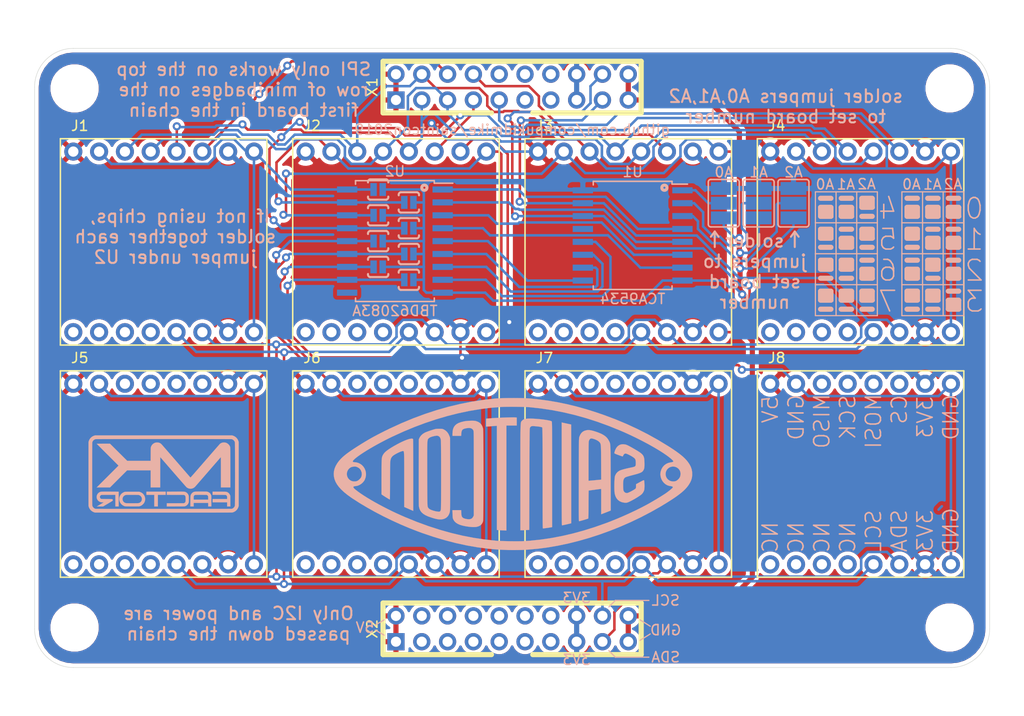
<source format=kicad_pcb>
(kicad_pcb (version 20171130) (host pcbnew "(5.1.2)-1")
  (layers (0 F.Cu signal) (31 B.Cu signal) (34 B.Paste user) (35 F.Paste user) (36 B.SilkS user) (37 F.SilkS user) (38 B.Mask user) (39 F.Mask user hide) (44 Edge.Cuts user))
  (net 0 "")
  (net 1 MB_GND1)
  (net 2 +3V3)
  (net 3 MB_SDA)
  (net 4 MB_SCL)
  (net 5 "Net-(J1-Pad12)")
  (net 6 "Net-(J1-Pad11)")
  (net 7 "Net-(J1-Pad10)")
  (net 8 "Net-(J1-Pad9)")
  (net 9 MB_CS1)
  (net 10 MB_MOSI)
  (net 11 MB_SCK)
  (net 12 MB_MISO)
  (net 13 VCC)
  (net 14 MB_GND2)
  (net 15 "Net-(J2-Pad12)")
  (net 16 "Net-(J2-Pad11)")
  (net 17 "Net-(J2-Pad10)")
  (net 18 "Net-(J2-Pad9)")
  (net 19 MB_CS2)
  (net 20 MB_GND3)
  (net 21 "Net-(J3-Pad12)")
  (net 22 "Net-(J3-Pad11)")
  (net 23 "Net-(J3-Pad10)")
  (net 24 "Net-(J3-Pad9)")
  (net 25 MB_CS3)
  (net 26 MB_GND4)
  (net 27 "Net-(J4-Pad12)")
  (net 28 "Net-(J4-Pad11)")
  (net 29 "Net-(J4-Pad10)")
  (net 30 "Net-(J4-Pad9)")
  (net 31 MB_CS4)
  (net 32 MB_GND5)
  (net 33 "Net-(J5-Pad12)")
  (net 34 "Net-(J5-Pad11)")
  (net 35 "Net-(J5-Pad10)")
  (net 36 "Net-(J5-Pad9)")
  (net 37 "Net-(J5-Pad6)")
  (net 38 MB_GND6)
  (net 39 "Net-(J6-Pad12)")
  (net 40 "Net-(J6-Pad11)")
  (net 41 "Net-(J6-Pad10)")
  (net 42 "Net-(J6-Pad9)")
  (net 43 "Net-(J6-Pad6)")
  (net 44 MB_GND7)
  (net 45 "Net-(J7-Pad12)")
  (net 46 "Net-(J7-Pad11)")
  (net 47 "Net-(J7-Pad10)")
  (net 48 "Net-(J7-Pad9)")
  (net 49 "Net-(J7-Pad6)")
  (net 50 MB_GND8)
  (net 51 "Net-(J8-Pad12)")
  (net 52 "Net-(J8-Pad11)")
  (net 53 "Net-(J8-Pad10)")
  (net 54 "Net-(J8-Pad9)")
  (net 55 "Net-(J8-Pad6)")
  (net 56 GND)
  (net 57 "Net-(JP9-Pad2)")
  (net 58 "Net-(JP10-Pad2)")
  (net 59 "Net-(JP11-Pad2)")
  (net 60 "Net-(U1-Pad4)")
  (net 61 "Net-(U1-Pad5)")
  (net 62 "Net-(U1-Pad6)")
  (net 63 "Net-(U1-Pad7)")
  (net 64 "Net-(U1-Pad9)")
  (net 65 "Net-(U1-Pad10)")
  (net 66 "Net-(U1-Pad11)")
  (net 67 "Net-(U1-Pad12)")
  (net 68 "Net-(U1-Pad13)")
  (net 69 "Net-(U2-Pad10)")
  (net 70 "Net-(X1-Pad10)")
  (net 71 MB_RESET)
  (net 72 "Net-(X1-Pad12)")
  (net 73 "Net-(X1-Pad13)")
  (net 74 "Net-(X1-Pad14)")
  (net 75 "Net-(X2-Pad10)")
  (net 76 "Net-(X2-Pad12)")
  (net 77 "Net-(X2-Pad13)")
  (net 78 "Net-(X2-Pad14)")
  (net 79 "Net-(J5-Pad5)")
  (net 80 "Net-(J5-Pad4)")
  (net 81 "Net-(J5-Pad3)")
  (net 82 "Net-(J6-Pad5)")
  (net 83 "Net-(J6-Pad4)")
  (net 84 "Net-(J6-Pad3)")
  (net 85 "Net-(J7-Pad5)")
  (net 86 "Net-(J7-Pad4)")
  (net 87 "Net-(J7-Pad3)")
  (net 88 "Net-(J8-Pad5)")
  (net 89 "Net-(J8-Pad4)")
  (net 90 "Net-(J8-Pad3)")
  (net 91 "Net-(X2-Pad3)")
  (net 92 "Net-(X2-Pad4)")
  (net 93 "Net-(X2-Pad5)")
  (net 94 "Net-(X2-Pad6)")
  (net 95 "Net-(X2-Pad7)")
  (net 96 "Net-(X2-Pad8)")
  (net 97 "Net-(X2-Pad9)")
  (net 98 "Net-(X2-Pad11)")
  (module SparkFun-Passives:PAD-JUMPER-2-NO_YES_SILK (layer B.Cu) (at 110.49 90.0938)
    (fp_text reference JP8 hide)
    (fp_text value SolderJumper_2_Open hide)
    (pad 2 smd rect (at 0.44958 0) (size 0.635 1.27) (layers B.Cu B.Mask) (net 56 GND))
    (pad 1 smd rect (at -0.44958 0) (size 0.635 1.27) (layers B.Cu B.Mask) (net 50 MB_GND8))
  )
  (module SparkFun-Passives:PAD-JUMPER-2-NO_YES_SILK (layer B.Cu) (at 107.4674 88.8238)
    (fp_text reference JP7 hide)
    (fp_text value SolderJumper_2_Open hide)
    (pad 2 smd rect (at 0.44958 0) (size 0.635 1.27) (layers B.Cu B.Mask) (net 56 GND))
    (pad 1 smd rect (at -0.44958 0) (size 0.635 1.27) (layers B.Cu B.Mask) (net 44 MB_GND7))
  )
  (module SparkFun-Passives:PAD-JUMPER-2-NO_YES_SILK (layer B.Cu) (at 110.49 87.5538)
    (fp_text reference JP6 hide)
    (fp_text value SolderJumper_2_Open hide)
    (pad 2 smd rect (at 0.44958 0) (size 0.635 1.27) (layers B.Cu B.Mask) (net 56 GND))
    (pad 1 smd rect (at -0.44958 0) (size 0.635 1.27) (layers B.Cu B.Mask) (net 38 MB_GND6))
  )
  (module SparkFun-Passives:PAD-JUMPER-2-NO_YES_SILK (layer B.Cu) (at 107.4674 86.2838)
    (fp_text reference JP5 hide)
    (fp_text value SolderJumper_2_Open hide)
    (pad 2 smd rect (at 0.44958 0) (size 0.635 1.27) (layers B.Cu B.Mask) (net 56 GND))
    (pad 1 smd rect (at -0.44958 0) (size 0.635 1.27) (layers B.Cu B.Mask) (net 32 MB_GND5))
  )
  (module SparkFun-Passives:PAD-JUMPER-2-NO_YES_SILK (layer B.Cu) (at 110.49 85.0138)
    (fp_text reference JP4 hide)
    (fp_text value SolderJumper_2_Open hide)
    (pad 2 smd rect (at 0.44958 0) (size 0.635 1.27) (layers B.Cu B.Mask) (net 56 GND))
    (pad 1 smd rect (at -0.44958 0) (size 0.635 1.27) (layers B.Cu B.Mask) (net 26 MB_GND4))
  )
  (module SparkFun-Passives:PAD-JUMPER-2-NO_YES_SILK (layer B.Cu) (at 107.4674 83.7438)
    (fp_text reference JP3 hide)
    (fp_text value SolderJumper_2_Open hide)
    (pad 2 smd rect (at 0.44958 0) (size 0.635 1.27) (layers B.Cu B.Mask) (net 56 GND))
    (pad 1 smd rect (at -0.44958 0) (size 0.635 1.27) (layers B.Cu B.Mask) (net 20 MB_GND3))
  )
  (module SparkFun-Passives:PAD-JUMPER-2-NO_YES_SILK (layer B.Cu) (at 110.49 82.4738)
    (fp_text reference JP2 hide)
    (fp_text value SolderJumper_2_Open hide)
    (pad 2 smd rect (at 0.44958 0) (size 0.635 1.27) (layers B.Cu B.Mask) (net 56 GND))
    (pad 1 smd rect (at -0.44958 0) (size 0.635 1.27) (layers B.Cu B.Mask) (net 14 MB_GND2))
  )
  (module SparkFun-Passives:PAD-JUMPER-2-NO_YES_SILK (layer B.Cu) (at 107.4674 81.2038)
    (fp_text reference JP1 hide)
    (fp_text value SolderJumper_2_Open hide)
    (pad 2 smd rect (at 0.44958 0) (size 0.635 1.27) (layers B.Cu B.Mask) (net 56 GND))
    (pad 1 smd rect (at -0.44958 0) (size 0.635 1.27) (layers B.Cu B.Mask) (net 1 MB_GND1))
  )
  (module SolderJumpers:PAD-JUMPER-3-NO-LARGE (layer B.Cu) (at 148.336 82.55 270)
    (fp_text reference JP11 hide)
    (fp_text value SolderJumper_3_Open (at -0.0381 0.00762 90) (layer F.SilkS) (effects (font (size 0.01778 0.01778) (thickness 0.000001))))
    (fp_text user >VALUE (at -0.0381 0.00762 90) (layer F.SilkS) (effects (font (size 0.01778 0.01778) (thickness 0.000001))))
    (pad 2 smd rect (at 0 0 270) (size 1.27 2.54) (layers B.Cu B.Mask) (net 59 "Net-(JP11-Pad2)"))
    (pad 3 smd rect (at 1.4478 0 270) (size 1.27 2.54) (layers B.Cu B.Mask) (net 56 GND))
    (pad 1 smd rect (at -1.4478 0 270) (size 1.27 2.54) (layers B.Cu B.Mask) (net 2 +3V3))
  )
  (module SolderJumpers:PAD-JUMPER-3-NO-LARGE (layer B.Cu) (at 144.907 82.55 270)
    (fp_text reference JP10 hide)
    (fp_text value SolderJumper_3_Open (at -0.0381 0.00762 90) (layer F.SilkS) (effects (font (size 0.01778 0.01778) (thickness 0.000001))))
    (fp_text user >VALUE (at -0.0381 0.00762 90) (layer F.SilkS) (effects (font (size 0.01778 0.01778) (thickness 0.000001))))
    (pad 2 smd rect (at 0 0 270) (size 1.27 2.54) (layers B.Cu B.Mask) (net 58 "Net-(JP10-Pad2)"))
    (pad 3 smd rect (at 1.4478 0 270) (size 1.27 2.54) (layers B.Cu B.Mask) (net 56 GND))
    (pad 1 smd rect (at -1.4478 0 270) (size 1.27 2.54) (layers B.Cu B.Mask) (net 2 +3V3))
  )
  (module SolderJumpers:PAD-JUMPER-3-NO-LARGE (layer B.Cu) (at 141.478 82.55 270)
    (fp_text reference JP9 hide)
    (fp_text value SolderJumper_3_Open (at -0.0381 0.00762 90) (layer F.SilkS) (effects (font (size 0.01778 0.01778) (thickness 0.000001))))
    (fp_text user >VALUE (at -0.0381 0.00762 90) (layer F.SilkS) (effects (font (size 0.01778 0.01778) (thickness 0.000001))))
    (pad 2 smd rect (at 0 0 270) (size 1.27 2.54) (layers B.Cu B.Mask) (net 57 "Net-(JP9-Pad2)"))
    (pad 3 smd rect (at 1.4478 0 270) (size 1.27 2.54) (layers B.Cu B.Mask) (net 56 GND))
    (pad 1 smd rect (at -1.4478 0 270) (size 1.27 2.54) (layers B.Cu B.Mask) (net 2 +3V3))
  )
  (module Mounting_Holes:MountingHole_4mm (layer F.Cu) (at 163.703 71.247)
    (fp_text reference REF** hide)
    (fp_text value MountingHole_4mm)
    (pad 1 np_thru_hole circle (at 0 0) (size 4 4) (drill 4) (layers *.Cu *.Mask))
  )
  (module Mounting_Holes:MountingHole_4mm (layer F.Cu) (at 77.597 71.247)
    (fp_text reference REF** hide)
    (fp_text value MountingHole_4mm)
    (pad 1 np_thru_hole circle (at 0 0) (size 4 4) (drill 4) (layers *.Cu *.Mask))
  )
  (module Mounting_Holes:MountingHole_4mm (layer F.Cu) (at 77.597 124.333)
    (fp_text reference REF** hide)
    (fp_text value MountingHole_4mm)
    (pad 1 np_thru_hole circle (at 0 0) (size 4 4) (drill 4) (layers *.Cu *.Mask))
  )
  (module Mounting_Holes:MountingHole_4mm (layer F.Cu) (at 163.703 124.333)
    (fp_text reference REF** hide)
    (fp_text value MountingHole_4mm)
    (pad 1 np_thru_hole circle (at 0 0) (size 4 4) (drill 4) (layers *.Cu *.Mask))
  )
  (module MKFactorLogo (layer B.Cu) (at 86.36 109.22 180)
    (fp_text reference G*** hide)
    (fp_text value LOGO hide)
  )
  (module Housings_SOIC:SOIC-16W_7.5x10.3mm_Pitch1.27mm (layer B.Cu) (at 132.51 85.725 180)
    (fp_text reference U1 (at 0 6.25 180) (layer B.SilkS) (effects (justify mirror)))
    (fp_text value TCA9534 (at 0 -6.25 180) (layer B.SilkS) (effects (justify mirror)))
    (pad 1 smd rect (at -4.9 4.445 180) (size 2 0.6) (layers B.Cu B.Paste B.Mask) (net 57 "Net-(JP9-Pad2)"))
    (pad 2 smd rect (at -4.9 3.175 180) (size 2 0.6) (layers B.Cu B.Paste B.Mask) (net 58 "Net-(JP10-Pad2)"))
    (pad 3 smd rect (at -4.9 1.905 180) (size 2 0.6) (layers B.Cu B.Paste B.Mask) (net 59 "Net-(JP11-Pad2)"))
    (pad 4 smd rect (at -4.9 0.635 180) (size 2 0.6) (layers B.Cu B.Paste B.Mask) (net 60 "Net-(U1-Pad4)"))
    (pad 5 smd rect (at -4.9 -0.635 180) (size 2 0.6) (layers B.Cu B.Paste B.Mask) (net 61 "Net-(U1-Pad5)"))
    (pad 6 smd rect (at -4.9 -1.905 180) (size 2 0.6) (layers B.Cu B.Paste B.Mask) (net 62 "Net-(U1-Pad6)"))
    (pad 7 smd rect (at -4.9 -3.175 180) (size 2 0.6) (layers B.Cu B.Paste B.Mask) (net 63 "Net-(U1-Pad7)"))
    (pad 8 smd rect (at -4.9 -4.445 180) (size 2 0.6) (layers B.Cu B.Paste B.Mask) (net 56 GND))
    (pad 9 smd rect (at 4.9 -4.445 180) (size 2 0.6) (layers B.Cu B.Paste B.Mask) (net 64 "Net-(U1-Pad9)"))
    (pad 10 smd rect (at 4.9 -3.175 180) (size 2 0.6) (layers B.Cu B.Paste B.Mask) (net 65 "Net-(U1-Pad10)"))
    (pad 11 smd rect (at 4.9 -1.905 180) (size 2 0.6) (layers B.Cu B.Paste B.Mask) (net 66 "Net-(U1-Pad11)"))
    (pad 12 smd rect (at 4.9 -0.635 180) (size 2 0.6) (layers B.Cu B.Paste B.Mask) (net 67 "Net-(U1-Pad12)"))
    (pad 13 smd rect (at 4.9 0.635 180) (size 2 0.6) (layers B.Cu B.Paste B.Mask) (net 68 "Net-(U1-Pad13)"))
    (pad 14 smd rect (at 4.9 1.905 180) (size 2 0.6) (layers B.Cu B.Paste B.Mask) (net 4 MB_SCL))
    (pad 15 smd rect (at 4.9 3.175 180) (size 2 0.6) (layers B.Cu B.Paste B.Mask) (net 3 MB_SDA))
    (pad 16 smd rect (at 4.9 4.445 180) (size 2 0.6) (layers B.Cu B.Paste B.Mask) (net 2 +3V3))
  )
  (module drawing (layer B.Cu) (at 117.602 110.617 180)
    (fp_text reference Ref** hide)
    (fp_text value Val** hide)
  )
  (module PinHeaders:Pin_Header_Straight_2x10_Pitch2.54mm_Keyed (layer F.Cu) (at 109.22 125.73 90)
    (fp_text reference X2 (at 1.27 -2.33 90) (layer F.SilkS))
    (fp_text value Conn_02x10_Odd_Even)
    (pad 1 thru_hole rect (at 0 0 90) (size 1.7 1.7) (drill 1) (layers *.Cu *.Mask) (net 13 VCC))
    (pad 2 thru_hole oval (at 2.54 0 90) (size 1.7 1.7) (drill 1) (layers *.Cu *.Mask) (net 13 VCC))
    (pad 3 thru_hole oval (at 0 2.54 90) (size 1.7 1.7) (drill 1) (layers *.Cu *.Mask) (net 91 "Net-(X2-Pad3)"))
    (pad 4 thru_hole oval (at 2.54 2.54 90) (size 1.7 1.7) (drill 1) (layers *.Cu *.Mask) (net 92 "Net-(X2-Pad4)"))
    (pad 5 thru_hole oval (at 0 5.08 90) (size 1.7 1.7) (drill 1) (layers *.Cu *.Mask) (net 93 "Net-(X2-Pad5)"))
    (pad 6 thru_hole oval (at 2.54 5.08 90) (size 1.7 1.7) (drill 1) (layers *.Cu *.Mask) (net 94 "Net-(X2-Pad6)"))
    (pad 7 thru_hole oval (at 0 7.62 90) (size 1.7 1.7) (drill 1) (layers *.Cu *.Mask) (net 95 "Net-(X2-Pad7)"))
    (pad 8 thru_hole oval (at 2.54 7.62 90) (size 1.7 1.7) (drill 1) (layers *.Cu *.Mask) (net 96 "Net-(X2-Pad8)"))
    (pad 9 thru_hole oval (at 0 10.16 90) (size 1.7 1.7) (drill 1) (layers *.Cu *.Mask) (net 97 "Net-(X2-Pad9)"))
    (pad 10 thru_hole oval (at 2.54 10.16 90) (size 1.7 1.7) (drill 1) (layers *.Cu *.Mask) (net 75 "Net-(X2-Pad10)"))
    (pad 11 thru_hole oval (at 0 12.7 90) (size 1.7 1.7) (drill 1) (layers *.Cu *.Mask) (net 98 "Net-(X2-Pad11)"))
    (pad 12 thru_hole oval (at 2.54 12.7 90) (size 1.7 1.7) (drill 1) (layers *.Cu *.Mask) (net 76 "Net-(X2-Pad12)"))
    (pad 13 thru_hole oval (at 0 15.24 90) (size 1.7 1.7) (drill 1) (layers *.Cu *.Mask) (net 77 "Net-(X2-Pad13)"))
    (pad 14 thru_hole oval (at 2.54 15.24 90) (size 1.7 1.7) (drill 1) (layers *.Cu *.Mask) (net 78 "Net-(X2-Pad14)"))
    (pad 15 thru_hole oval (at 0 17.78 90) (size 1.7 1.7) (drill 1) (layers *.Cu *.Mask) (net 2 +3V3))
    (pad 16 thru_hole oval (at 2.54 17.78 90) (size 1.7 1.7) (drill 1) (layers *.Cu *.Mask) (net 2 +3V3))
    (pad 17 thru_hole oval (at 0 20.32 90) (size 1.7 1.7) (drill 1) (layers *.Cu *.Mask) (net 3 MB_SDA))
    (pad 18 thru_hole oval (at 2.54 20.32 90) (size 1.7 1.7) (drill 1) (layers *.Cu *.Mask) (net 4 MB_SCL))
    (pad 19 thru_hole oval (at 0 22.86 90) (size 1.7 1.7) (drill 1) (layers *.Cu *.Mask) (net 56 GND))
    (pad 20 thru_hole oval (at 2.54 22.86 90) (size 1.7 1.7) (drill 1) (layers *.Cu *.Mask) (net 56 GND))
  )
  (module PinHeaders:Pin_Header_Straight_2x10_Pitch2.54mm_Keyed (layer F.Cu) (at 109.22 72.39 90)
    (fp_text reference X1 (at 1.27 -2.33 90) (layer F.SilkS))
    (fp_text value Conn_02x10_Odd_Even)
    (pad 1 thru_hole rect (at 0 0 90) (size 1.7 1.7) (drill 1) (layers *.Cu *.Mask) (net 13 VCC))
    (pad 2 thru_hole oval (at 2.54 0 90) (size 1.7 1.7) (drill 1) (layers *.Cu *.Mask) (net 13 VCC))
    (pad 3 thru_hole oval (at 0 2.54 90) (size 1.7 1.7) (drill 1) (layers *.Cu *.Mask) (net 10 MB_MOSI))
    (pad 4 thru_hole oval (at 2.54 2.54 90) (size 1.7 1.7) (drill 1) (layers *.Cu *.Mask) (net 12 MB_MISO))
    (pad 5 thru_hole oval (at 0 5.08 90) (size 1.7 1.7) (drill 1) (layers *.Cu *.Mask) (net 11 MB_SCK))
    (pad 6 thru_hole oval (at 2.54 5.08 90) (size 1.7 1.7) (drill 1) (layers *.Cu *.Mask) (net 9 MB_CS1))
    (pad 7 thru_hole oval (at 0 7.62 90) (size 1.7 1.7) (drill 1) (layers *.Cu *.Mask) (net 19 MB_CS2))
    (pad 8 thru_hole oval (at 2.54 7.62 90) (size 1.7 1.7) (drill 1) (layers *.Cu *.Mask) (net 25 MB_CS3))
    (pad 9 thru_hole oval (at 0 10.16 90) (size 1.7 1.7) (drill 1) (layers *.Cu *.Mask) (net 31 MB_CS4))
    (pad 10 thru_hole oval (at 2.54 10.16 90) (size 1.7 1.7) (drill 1) (layers *.Cu *.Mask) (net 70 "Net-(X1-Pad10)"))
    (pad 11 thru_hole oval (at 0 12.7 90) (size 1.7 1.7) (drill 1) (layers *.Cu *.Mask) (net 71 MB_RESET))
    (pad 12 thru_hole oval (at 2.54 12.7 90) (size 1.7 1.7) (drill 1) (layers *.Cu *.Mask) (net 72 "Net-(X1-Pad12)"))
    (pad 13 thru_hole oval (at 0 15.24 90) (size 1.7 1.7) (drill 1) (layers *.Cu *.Mask) (net 73 "Net-(X1-Pad13)"))
    (pad 14 thru_hole oval (at 2.54 15.24 90) (size 1.7 1.7) (drill 1) (layers *.Cu *.Mask) (net 74 "Net-(X1-Pad14)"))
    (pad 15 thru_hole oval (at 0 17.78 90) (size 1.7 1.7) (drill 1) (layers *.Cu *.Mask) (net 2 +3V3))
    (pad 16 thru_hole oval (at 2.54 17.78 90) (size 1.7 1.7) (drill 1) (layers *.Cu *.Mask) (net 2 +3V3))
    (pad 17 thru_hole oval (at 0 20.32 90) (size 1.7 1.7) (drill 1) (layers *.Cu *.Mask) (net 3 MB_SDA))
    (pad 18 thru_hole oval (at 2.54 20.32 90) (size 1.7 1.7) (drill 1) (layers *.Cu *.Mask) (net 4 MB_SCL))
    (pad 19 thru_hole oval (at 0 22.86 90) (size 1.7 1.7) (drill 1) (layers *.Cu *.Mask) (net 56 GND))
    (pad 20 thru_hole oval (at 2.54 22.86 90) (size 1.7 1.7) (drill 1) (layers *.Cu *.Mask) (net 56 GND))
  )
  (module Housings_SOIC:SOIC-18W_7.5x11.6mm_Pitch1.27mm (layer B.Cu) (at 109.1174 86.2838 180)
    (fp_text reference U2 (at 0 6.875) (layer B.SilkS) (effects (justify mirror)))
    (fp_text value TBD62083A (at 0 -6.875) (layer B.SilkS) (effects (justify mirror)))
    (pad 1 smd rect (at -4.7 5.08 180) (size 2 0.6) (layers B.Cu B.Paste B.Mask) (net 60 "Net-(U1-Pad4)"))
    (pad 2 smd rect (at -4.7 3.81 180) (size 2 0.6) (layers B.Cu B.Paste B.Mask) (net 61 "Net-(U1-Pad5)"))
    (pad 3 smd rect (at -4.7 2.54 180) (size 2 0.6) (layers B.Cu B.Paste B.Mask) (net 62 "Net-(U1-Pad6)"))
    (pad 4 smd rect (at -4.7 1.27 180) (size 2 0.6) (layers B.Cu B.Paste B.Mask) (net 63 "Net-(U1-Pad7)"))
    (pad 5 smd rect (at -4.7 0 180) (size 2 0.6) (layers B.Cu B.Paste B.Mask) (net 64 "Net-(U1-Pad9)"))
    (pad 6 smd rect (at -4.7 -1.27 180) (size 2 0.6) (layers B.Cu B.Paste B.Mask) (net 65 "Net-(U1-Pad10)"))
    (pad 7 smd rect (at -4.7 -2.54 180) (size 2 0.6) (layers B.Cu B.Paste B.Mask) (net 66 "Net-(U1-Pad11)"))
    (pad 8 smd rect (at -4.7 -3.81 180) (size 2 0.6) (layers B.Cu B.Paste B.Mask) (net 67 "Net-(U1-Pad12)"))
    (pad 9 smd rect (at -4.7 -5.08 180) (size 2 0.6) (layers B.Cu B.Paste B.Mask) (net 56 GND))
    (pad 10 smd rect (at 4.7 -5.08 180) (size 2 0.6) (layers B.Cu B.Paste B.Mask) (net 69 "Net-(U2-Pad10)"))
    (pad 11 smd rect (at 4.7 -3.81 180) (size 2 0.6) (layers B.Cu B.Paste B.Mask) (net 50 MB_GND8))
    (pad 12 smd rect (at 4.7 -2.54 180) (size 2 0.6) (layers B.Cu B.Paste B.Mask) (net 44 MB_GND7))
    (pad 13 smd rect (at 4.7 -1.27 180) (size 2 0.6) (layers B.Cu B.Paste B.Mask) (net 38 MB_GND6))
    (pad 14 smd rect (at 4.7 0 180) (size 2 0.6) (layers B.Cu B.Paste B.Mask) (net 32 MB_GND5))
    (pad 15 smd rect (at 4.7 1.27 180) (size 2 0.6) (layers B.Cu B.Paste B.Mask) (net 26 MB_GND4))
    (pad 16 smd rect (at 4.7 2.54 180) (size 2 0.6) (layers B.Cu B.Paste B.Mask) (net 20 MB_GND3))
    (pad 17 smd rect (at 4.7 3.81 180) (size 2 0.6) (layers B.Cu B.Paste B.Mask) (net 14 MB_GND2))
    (pad 18 smd rect (at 4.7 5.08 180) (size 2 0.6) (layers B.Cu B.Paste B.Mask) (net 1 MB_GND1))
  )
  (module minibadge_kicad:SAINTCON-Minibadge-Shiny (layer F.Cu) (at 144.78 99.06)
    (fp_text reference J8 (at 1.905 -1.27) (layer F.SilkS))
    (fp_text value SAINTCON-Minibadge)
    (pad 16 thru_hole circle (at 19.05 19.05 90) (size 1.778 1.778) (drill 1.016) (layers *.Cu *.Mask) (net 50 MB_GND8))
    (pad 15 thru_hole circle (at 16.51 19.05 90) (size 1.778 1.778) (drill 1.016) (layers *.Cu *.Mask) (net 2 +3V3))
    (pad 14 thru_hole circle (at 13.97 19.05 90) (size 1.778 1.778) (drill 1.016) (layers *.Cu *.Mask) (net 3 MB_SDA))
    (pad 13 thru_hole circle (at 11.43 19.05 90) (size 1.778 1.778) (drill 1.016) (layers *.Cu *.Mask) (net 4 MB_SCL))
    (pad 12 thru_hole circle (at 8.89 19.05 90) (size 1.778 1.778) (drill 1.016) (layers *.Cu *.Mask) (net 51 "Net-(J8-Pad12)"))
    (pad 11 thru_hole circle (at 6.35 19.05 90) (size 1.778 1.778) (drill 1.016) (layers *.Cu *.Mask) (net 52 "Net-(J8-Pad11)"))
    (pad 10 thru_hole circle (at 3.81 19.05 90) (size 1.778 1.778) (drill 1.016) (layers *.Cu *.Mask) (net 53 "Net-(J8-Pad10)"))
    (pad 9 thru_hole circle (at 1.27 19.05 90) (size 1.778 1.778) (drill 1.016) (layers *.Cu *.Mask) (net 54 "Net-(J8-Pad9)"))
    (pad 8 thru_hole circle (at 19.05 1.27 90) (size 1.778 1.778) (drill 1.016) (layers *.Cu *.Mask) (net 50 MB_GND8))
    (pad 7 thru_hole circle (at 16.51 1.27 90) (size 1.778 1.778) (drill 1.016) (layers *.Cu *.Mask) (net 2 +3V3))
    (pad 6 thru_hole circle (at 13.97 1.27 90) (size 1.778 1.778) (drill 1.016) (layers *.Cu *.Mask) (net 55 "Net-(J8-Pad6)"))
    (pad 5 thru_hole circle (at 11.43 1.27 90) (size 1.778 1.778) (drill 1.016) (layers *.Cu *.Mask) (net 88 "Net-(J8-Pad5)"))
    (pad 4 thru_hole circle (at 8.89 1.27 90) (size 1.778 1.778) (drill 1.016) (layers *.Cu *.Mask) (net 89 "Net-(J8-Pad4)"))
    (pad 3 thru_hole circle (at 6.35 1.27 90) (size 1.778 1.778) (drill 1.016) (layers *.Cu *.Mask) (net 90 "Net-(J8-Pad3)"))
    (pad 2 thru_hole circle (at 3.81 1.27 90) (size 1.778 1.778) (drill 1.016) (layers *.Cu *.Mask) (net 50 MB_GND8))
    (pad 1 thru_hole circle (at 1.27 1.27 90) (size 1.778 1.778) (drill 1.016) (layers *.Cu *.Mask) (net 13 VCC))
  )
  (module minibadge_kicad:SAINTCON-Minibadge-Shiny (layer F.Cu) (at 121.92 99.06)
    (fp_text reference J7 (at 1.905 -1.27) (layer F.SilkS))
    (fp_text value SAINTCON-Minibadge)
    (pad 16 thru_hole circle (at 19.05 19.05 90) (size 1.778 1.778) (drill 1.016) (layers *.Cu *.Mask) (net 44 MB_GND7))
    (pad 15 thru_hole circle (at 16.51 19.05 90) (size 1.778 1.778) (drill 1.016) (layers *.Cu *.Mask) (net 2 +3V3))
    (pad 14 thru_hole circle (at 13.97 19.05 90) (size 1.778 1.778) (drill 1.016) (layers *.Cu *.Mask) (net 3 MB_SDA))
    (pad 13 thru_hole circle (at 11.43 19.05 90) (size 1.778 1.778) (drill 1.016) (layers *.Cu *.Mask) (net 4 MB_SCL))
    (pad 12 thru_hole circle (at 8.89 19.05 90) (size 1.778 1.778) (drill 1.016) (layers *.Cu *.Mask) (net 45 "Net-(J7-Pad12)"))
    (pad 11 thru_hole circle (at 6.35 19.05 90) (size 1.778 1.778) (drill 1.016) (layers *.Cu *.Mask) (net 46 "Net-(J7-Pad11)"))
    (pad 10 thru_hole circle (at 3.81 19.05 90) (size 1.778 1.778) (drill 1.016) (layers *.Cu *.Mask) (net 47 "Net-(J7-Pad10)"))
    (pad 9 thru_hole circle (at 1.27 19.05 90) (size 1.778 1.778) (drill 1.016) (layers *.Cu *.Mask) (net 48 "Net-(J7-Pad9)"))
    (pad 8 thru_hole circle (at 19.05 1.27 90) (size 1.778 1.778) (drill 1.016) (layers *.Cu *.Mask) (net 44 MB_GND7))
    (pad 7 thru_hole circle (at 16.51 1.27 90) (size 1.778 1.778) (drill 1.016) (layers *.Cu *.Mask) (net 2 +3V3))
    (pad 6 thru_hole circle (at 13.97 1.27 90) (size 1.778 1.778) (drill 1.016) (layers *.Cu *.Mask) (net 49 "Net-(J7-Pad6)"))
    (pad 5 thru_hole circle (at 11.43 1.27 90) (size 1.778 1.778) (drill 1.016) (layers *.Cu *.Mask) (net 85 "Net-(J7-Pad5)"))
    (pad 4 thru_hole circle (at 8.89 1.27 90) (size 1.778 1.778) (drill 1.016) (layers *.Cu *.Mask) (net 86 "Net-(J7-Pad4)"))
    (pad 3 thru_hole circle (at 6.35 1.27 90) (size 1.778 1.778) (drill 1.016) (layers *.Cu *.Mask) (net 87 "Net-(J7-Pad3)"))
    (pad 2 thru_hole circle (at 3.81 1.27 90) (size 1.778 1.778) (drill 1.016) (layers *.Cu *.Mask) (net 44 MB_GND7))
    (pad 1 thru_hole circle (at 1.27 1.27 90) (size 1.778 1.778) (drill 1.016) (layers *.Cu *.Mask) (net 13 VCC))
  )
  (module minibadge_kicad:SAINTCON-Minibadge-Shiny (layer F.Cu) (at 99.06 99.06)
    (fp_text reference J6 (at 1.905 -1.27) (layer F.SilkS))
    (fp_text value SAINTCON-Minibadge)
    (pad 16 thru_hole circle (at 19.05 19.05 90) (size 1.778 1.778) (drill 1.016) (layers *.Cu *.Mask) (net 38 MB_GND6))
    (pad 15 thru_hole circle (at 16.51 19.05 90) (size 1.778 1.778) (drill 1.016) (layers *.Cu *.Mask) (net 2 +3V3))
    (pad 14 thru_hole circle (at 13.97 19.05 90) (size 1.778 1.778) (drill 1.016) (layers *.Cu *.Mask) (net 3 MB_SDA))
    (pad 13 thru_hole circle (at 11.43 19.05 90) (size 1.778 1.778) (drill 1.016) (layers *.Cu *.Mask) (net 4 MB_SCL))
    (pad 12 thru_hole circle (at 8.89 19.05 90) (size 1.778 1.778) (drill 1.016) (layers *.Cu *.Mask) (net 39 "Net-(J6-Pad12)"))
    (pad 11 thru_hole circle (at 6.35 19.05 90) (size 1.778 1.778) (drill 1.016) (layers *.Cu *.Mask) (net 40 "Net-(J6-Pad11)"))
    (pad 10 thru_hole circle (at 3.81 19.05 90) (size 1.778 1.778) (drill 1.016) (layers *.Cu *.Mask) (net 41 "Net-(J6-Pad10)"))
    (pad 9 thru_hole circle (at 1.27 19.05 90) (size 1.778 1.778) (drill 1.016) (layers *.Cu *.Mask) (net 42 "Net-(J6-Pad9)"))
    (pad 8 thru_hole circle (at 19.05 1.27 90) (size 1.778 1.778) (drill 1.016) (layers *.Cu *.Mask) (net 38 MB_GND6))
    (pad 7 thru_hole circle (at 16.51 1.27 90) (size 1.778 1.778) (drill 1.016) (layers *.Cu *.Mask) (net 2 +3V3))
    (pad 6 thru_hole circle (at 13.97 1.27 90) (size 1.778 1.778) (drill 1.016) (layers *.Cu *.Mask) (net 43 "Net-(J6-Pad6)"))
    (pad 5 thru_hole circle (at 11.43 1.27 90) (size 1.778 1.778) (drill 1.016) (layers *.Cu *.Mask) (net 82 "Net-(J6-Pad5)"))
    (pad 4 thru_hole circle (at 8.89 1.27 90) (size 1.778 1.778) (drill 1.016) (layers *.Cu *.Mask) (net 83 "Net-(J6-Pad4)"))
    (pad 3 thru_hole circle (at 6.35 1.27 90) (size 1.778 1.778) (drill 1.016) (layers *.Cu *.Mask) (net 84 "Net-(J6-Pad3)"))
    (pad 2 thru_hole circle (at 3.81 1.27 90) (size 1.778 1.778) (drill 1.016) (layers *.Cu *.Mask) (net 38 MB_GND6))
    (pad 1 thru_hole circle (at 1.27 1.27 90) (size 1.778 1.778) (drill 1.016) (layers *.Cu *.Mask) (net 13 VCC))
  )
  (module minibadge_kicad:SAINTCON-Minibadge-Shiny (layer F.Cu) (at 76.2 99.06)
    (fp_text reference J5 (at 1.905 -1.27) (layer F.SilkS))
    (fp_text value SAINTCON-Minibadge)
    (pad 16 thru_hole circle (at 19.05 19.05 90) (size 1.778 1.778) (drill 1.016) (layers *.Cu *.Mask) (net 32 MB_GND5))
    (pad 15 thru_hole circle (at 16.51 19.05 90) (size 1.778 1.778) (drill 1.016) (layers *.Cu *.Mask) (net 2 +3V3))
    (pad 14 thru_hole circle (at 13.97 19.05 90) (size 1.778 1.778) (drill 1.016) (layers *.Cu *.Mask) (net 3 MB_SDA))
    (pad 13 thru_hole circle (at 11.43 19.05 90) (size 1.778 1.778) (drill 1.016) (layers *.Cu *.Mask) (net 4 MB_SCL))
    (pad 12 thru_hole circle (at 8.89 19.05 90) (size 1.778 1.778) (drill 1.016) (layers *.Cu *.Mask) (net 33 "Net-(J5-Pad12)"))
    (pad 11 thru_hole circle (at 6.35 19.05 90) (size 1.778 1.778) (drill 1.016) (layers *.Cu *.Mask) (net 34 "Net-(J5-Pad11)"))
    (pad 10 thru_hole circle (at 3.81 19.05 90) (size 1.778 1.778) (drill 1.016) (layers *.Cu *.Mask) (net 35 "Net-(J5-Pad10)"))
    (pad 9 thru_hole circle (at 1.27 19.05 90) (size 1.778 1.778) (drill 1.016) (layers *.Cu *.Mask) (net 36 "Net-(J5-Pad9)"))
    (pad 8 thru_hole circle (at 19.05 1.27 90) (size 1.778 1.778) (drill 1.016) (layers *.Cu *.Mask) (net 32 MB_GND5))
    (pad 7 thru_hole circle (at 16.51 1.27 90) (size 1.778 1.778) (drill 1.016) (layers *.Cu *.Mask) (net 2 +3V3))
    (pad 6 thru_hole circle (at 13.97 1.27 90) (size 1.778 1.778) (drill 1.016) (layers *.Cu *.Mask) (net 37 "Net-(J5-Pad6)"))
    (pad 5 thru_hole circle (at 11.43 1.27 90) (size 1.778 1.778) (drill 1.016) (layers *.Cu *.Mask) (net 79 "Net-(J5-Pad5)"))
    (pad 4 thru_hole circle (at 8.89 1.27 90) (size 1.778 1.778) (drill 1.016) (layers *.Cu *.Mask) (net 80 "Net-(J5-Pad4)"))
    (pad 3 thru_hole circle (at 6.35 1.27 90) (size 1.778 1.778) (drill 1.016) (layers *.Cu *.Mask) (net 81 "Net-(J5-Pad3)"))
    (pad 2 thru_hole circle (at 3.81 1.27 90) (size 1.778 1.778) (drill 1.016) (layers *.Cu *.Mask) (net 32 MB_GND5))
    (pad 1 thru_hole circle (at 1.27 1.27 90) (size 1.778 1.778) (drill 1.016) (layers *.Cu *.Mask) (net 13 VCC))
  )
  (module minibadge_kicad:SAINTCON-Minibadge-Shiny (layer F.Cu) (at 144.78 76.2)
    (fp_text reference J4 (at 1.905 -1.27) (layer F.SilkS))
    (fp_text value SAINTCON-Minibadge)
    (pad 16 thru_hole circle (at 19.05 19.05 90) (size 1.778 1.778) (drill 1.016) (layers *.Cu *.Mask) (net 26 MB_GND4))
    (pad 15 thru_hole circle (at 16.51 19.05 90) (size 1.778 1.778) (drill 1.016) (layers *.Cu *.Mask) (net 2 +3V3))
    (pad 14 thru_hole circle (at 13.97 19.05 90) (size 1.778 1.778) (drill 1.016) (layers *.Cu *.Mask) (net 3 MB_SDA))
    (pad 13 thru_hole circle (at 11.43 19.05 90) (size 1.778 1.778) (drill 1.016) (layers *.Cu *.Mask) (net 4 MB_SCL))
    (pad 12 thru_hole circle (at 8.89 19.05 90) (size 1.778 1.778) (drill 1.016) (layers *.Cu *.Mask) (net 27 "Net-(J4-Pad12)"))
    (pad 11 thru_hole circle (at 6.35 19.05 90) (size 1.778 1.778) (drill 1.016) (layers *.Cu *.Mask) (net 28 "Net-(J4-Pad11)"))
    (pad 10 thru_hole circle (at 3.81 19.05 90) (size 1.778 1.778) (drill 1.016) (layers *.Cu *.Mask) (net 29 "Net-(J4-Pad10)"))
    (pad 9 thru_hole circle (at 1.27 19.05 90) (size 1.778 1.778) (drill 1.016) (layers *.Cu *.Mask) (net 30 "Net-(J4-Pad9)"))
    (pad 8 thru_hole circle (at 19.05 1.27 90) (size 1.778 1.778) (drill 1.016) (layers *.Cu *.Mask) (net 26 MB_GND4))
    (pad 7 thru_hole circle (at 16.51 1.27 90) (size 1.778 1.778) (drill 1.016) (layers *.Cu *.Mask) (net 2 +3V3))
    (pad 6 thru_hole circle (at 13.97 1.27 90) (size 1.778 1.778) (drill 1.016) (layers *.Cu *.Mask) (net 31 MB_CS4))
    (pad 5 thru_hole circle (at 11.43 1.27 90) (size 1.778 1.778) (drill 1.016) (layers *.Cu *.Mask) (net 10 MB_MOSI))
    (pad 4 thru_hole circle (at 8.89 1.27 90) (size 1.778 1.778) (drill 1.016) (layers *.Cu *.Mask) (net 11 MB_SCK))
    (pad 3 thru_hole circle (at 6.35 1.27 90) (size 1.778 1.778) (drill 1.016) (layers *.Cu *.Mask) (net 12 MB_MISO))
    (pad 2 thru_hole circle (at 3.81 1.27 90) (size 1.778 1.778) (drill 1.016) (layers *.Cu *.Mask) (net 26 MB_GND4))
    (pad 1 thru_hole circle (at 1.27 1.27 90) (size 1.778 1.778) (drill 1.016) (layers *.Cu *.Mask) (net 13 VCC))
  )
  (module minibadge_kicad:SAINTCON-Minibadge-Shiny (layer F.Cu) (at 121.92 76.2)
    (fp_text reference J3 (at 1.905 -1.27) (layer F.SilkS))
    (fp_text value SAINTCON-Minibadge)
    (pad 16 thru_hole circle (at 19.05 19.05 90) (size 1.778 1.778) (drill 1.016) (layers *.Cu *.Mask) (net 20 MB_GND3))
    (pad 15 thru_hole circle (at 16.51 19.05 90) (size 1.778 1.778) (drill 1.016) (layers *.Cu *.Mask) (net 2 +3V3))
    (pad 14 thru_hole circle (at 13.97 19.05 90) (size 1.778 1.778) (drill 1.016) (layers *.Cu *.Mask) (net 3 MB_SDA))
    (pad 13 thru_hole circle (at 11.43 19.05 90) (size 1.778 1.778) (drill 1.016) (layers *.Cu *.Mask) (net 4 MB_SCL))
    (pad 12 thru_hole circle (at 8.89 19.05 90) (size 1.778 1.778) (drill 1.016) (layers *.Cu *.Mask) (net 21 "Net-(J3-Pad12)"))
    (pad 11 thru_hole circle (at 6.35 19.05 90) (size 1.778 1.778) (drill 1.016) (layers *.Cu *.Mask) (net 22 "Net-(J3-Pad11)"))
    (pad 10 thru_hole circle (at 3.81 19.05 90) (size 1.778 1.778) (drill 1.016) (layers *.Cu *.Mask) (net 23 "Net-(J3-Pad10)"))
    (pad 9 thru_hole circle (at 1.27 19.05 90) (size 1.778 1.778) (drill 1.016) (layers *.Cu *.Mask) (net 24 "Net-(J3-Pad9)"))
    (pad 8 thru_hole circle (at 19.05 1.27 90) (size 1.778 1.778) (drill 1.016) (layers *.Cu *.Mask) (net 20 MB_GND3))
    (pad 7 thru_hole circle (at 16.51 1.27 90) (size 1.778 1.778) (drill 1.016) (layers *.Cu *.Mask) (net 2 +3V3))
    (pad 6 thru_hole circle (at 13.97 1.27 90) (size 1.778 1.778) (drill 1.016) (layers *.Cu *.Mask) (net 25 MB_CS3))
    (pad 5 thru_hole circle (at 11.43 1.27 90) (size 1.778 1.778) (drill 1.016) (layers *.Cu *.Mask) (net 10 MB_MOSI))
    (pad 4 thru_hole circle (at 8.89 1.27 90) (size 1.778 1.778) (drill 1.016) (layers *.Cu *.Mask) (net 11 MB_SCK))
    (pad 3 thru_hole circle (at 6.35 1.27 90) (size 1.778 1.778) (drill 1.016) (layers *.Cu *.Mask) (net 12 MB_MISO))
    (pad 2 thru_hole circle (at 3.81 1.27 90) (size 1.778 1.778) (drill 1.016) (layers *.Cu *.Mask) (net 20 MB_GND3))
    (pad 1 thru_hole circle (at 1.27 1.27 90) (size 1.778 1.778) (drill 1.016) (layers *.Cu *.Mask) (net 13 VCC))
  )
  (module minibadge_kicad:SAINTCON-Minibadge-Shiny (layer F.Cu) (at 99.06 76.2)
    (fp_text reference J2 (at 1.905 -1.27) (layer F.SilkS))
    (fp_text value SAINTCON-Minibadge)
    (pad 16 thru_hole circle (at 19.05 19.05 90) (size 1.778 1.778) (drill 1.016) (layers *.Cu *.Mask) (net 14 MB_GND2))
    (pad 15 thru_hole circle (at 16.51 19.05 90) (size 1.778 1.778) (drill 1.016) (layers *.Cu *.Mask) (net 2 +3V3))
    (pad 14 thru_hole circle (at 13.97 19.05 90) (size 1.778 1.778) (drill 1.016) (layers *.Cu *.Mask) (net 3 MB_SDA))
    (pad 13 thru_hole circle (at 11.43 19.05 90) (size 1.778 1.778) (drill 1.016) (layers *.Cu *.Mask) (net 4 MB_SCL))
    (pad 12 thru_hole circle (at 8.89 19.05 90) (size 1.778 1.778) (drill 1.016) (layers *.Cu *.Mask) (net 15 "Net-(J2-Pad12)"))
    (pad 11 thru_hole circle (at 6.35 19.05 90) (size 1.778 1.778) (drill 1.016) (layers *.Cu *.Mask) (net 16 "Net-(J2-Pad11)"))
    (pad 10 thru_hole circle (at 3.81 19.05 90) (size 1.778 1.778) (drill 1.016) (layers *.Cu *.Mask) (net 17 "Net-(J2-Pad10)"))
    (pad 9 thru_hole circle (at 1.27 19.05 90) (size 1.778 1.778) (drill 1.016) (layers *.Cu *.Mask) (net 18 "Net-(J2-Pad9)"))
    (pad 8 thru_hole circle (at 19.05 1.27 90) (size 1.778 1.778) (drill 1.016) (layers *.Cu *.Mask) (net 14 MB_GND2))
    (pad 7 thru_hole circle (at 16.51 1.27 90) (size 1.778 1.778) (drill 1.016) (layers *.Cu *.Mask) (net 2 +3V3))
    (pad 6 thru_hole circle (at 13.97 1.27 90) (size 1.778 1.778) (drill 1.016) (layers *.Cu *.Mask) (net 19 MB_CS2))
    (pad 5 thru_hole circle (at 11.43 1.27 90) (size 1.778 1.778) (drill 1.016) (layers *.Cu *.Mask) (net 10 MB_MOSI))
    (pad 4 thru_hole circle (at 8.89 1.27 90) (size 1.778 1.778) (drill 1.016) (layers *.Cu *.Mask) (net 11 MB_SCK))
    (pad 3 thru_hole circle (at 6.35 1.27 90) (size 1.778 1.778) (drill 1.016) (layers *.Cu *.Mask) (net 12 MB_MISO))
    (pad 2 thru_hole circle (at 3.81 1.27 90) (size 1.778 1.778) (drill 1.016) (layers *.Cu *.Mask) (net 14 MB_GND2))
    (pad 1 thru_hole circle (at 1.27 1.27 90) (size 1.778 1.778) (drill 1.016) (layers *.Cu *.Mask) (net 13 VCC))
  )
  (module minibadge_kicad:SAINTCON-Minibadge-Shiny (layer F.Cu) (at 76.2 76.2)
    (fp_text reference J1 (at 1.905 -1.27) (layer F.SilkS))
    (fp_text value SAINTCON-Minibadge)
    (pad 16 thru_hole circle (at 19.05 19.05 90) (size 1.778 1.778) (drill 1.016) (layers *.Cu *.Mask) (net 1 MB_GND1))
    (pad 15 thru_hole circle (at 16.51 19.05 90) (size 1.778 1.778) (drill 1.016) (layers *.Cu *.Mask) (net 2 +3V3))
    (pad 14 thru_hole circle (at 13.97 19.05 90) (size 1.778 1.778) (drill 1.016) (layers *.Cu *.Mask) (net 3 MB_SDA))
    (pad 13 thru_hole circle (at 11.43 19.05 90) (size 1.778 1.778) (drill 1.016) (layers *.Cu *.Mask) (net 4 MB_SCL))
    (pad 12 thru_hole circle (at 8.89 19.05 90) (size 1.778 1.778) (drill 1.016) (layers *.Cu *.Mask) (net 5 "Net-(J1-Pad12)"))
    (pad 11 thru_hole circle (at 6.35 19.05 90) (size 1.778 1.778) (drill 1.016) (layers *.Cu *.Mask) (net 6 "Net-(J1-Pad11)"))
    (pad 10 thru_hole circle (at 3.81 19.05 90) (size 1.778 1.778) (drill 1.016) (layers *.Cu *.Mask) (net 7 "Net-(J1-Pad10)"))
    (pad 9 thru_hole circle (at 1.27 19.05 90) (size 1.778 1.778) (drill 1.016) (layers *.Cu *.Mask) (net 8 "Net-(J1-Pad9)"))
    (pad 8 thru_hole circle (at 19.05 1.27 90) (size 1.778 1.778) (drill 1.016) (layers *.Cu *.Mask) (net 1 MB_GND1))
    (pad 7 thru_hole circle (at 16.51 1.27 90) (size 1.778 1.778) (drill 1.016) (layers *.Cu *.Mask) (net 2 +3V3))
    (pad 6 thru_hole circle (at 13.97 1.27 90) (size 1.778 1.778) (drill 1.016) (layers *.Cu *.Mask) (net 9 MB_CS1))
    (pad 5 thru_hole circle (at 11.43 1.27 90) (size 1.778 1.778) (drill 1.016) (layers *.Cu *.Mask) (net 10 MB_MOSI))
    (pad 4 thru_hole circle (at 8.89 1.27 90) (size 1.778 1.778) (drill 1.016) (layers *.Cu *.Mask) (net 11 MB_SCK))
    (pad 3 thru_hole circle (at 6.35 1.27 90) (size 1.778 1.778) (drill 1.016) (layers *.Cu *.Mask) (net 12 MB_MISO))
    (pad 2 thru_hole circle (at 3.81 1.27 90) (size 1.778 1.778) (drill 1.016) (layers *.Cu *.Mask) (net 1 MB_GND1))
    (pad 1 thru_hole circle (at 1.27 1.27 90) (size 1.778 1.778) (drill 1.016) (layers *.Cu *.Mask) (net 13 VCC))
  )
  (gr_line (start 140.589 86.868) (end 140.589 85.344) (layer B.SilkS) (width 0.2))
  (gr_line (start 140.589 85.344) (end 140.208 85.852) (layer B.SilkS) (width 0.2))
  (gr_line (start 140.589 85.344) (end 140.97 85.852) (layer B.SilkS) (width 0.2))
  (gr_line (start 148.463 85.344) (end 148.082 85.852) (layer B.SilkS) (width 0.2))
  (gr_line (start 148.463 85.344) (end 148.844 85.852) (layer B.SilkS) (width 0.2))
  (gr_line (start 148.463 86.868) (end 148.463 85.344) (layer B.SilkS) (width 0.2))
  (gr_text "solder\njumpers to\nset board\nnumber" (at 144.526 89.281) (layer B.SilkS) (effects (font (size 1.25 1.25) (thickness 0.2)) (justify mirror)))
  (gr_line (start 107.188 124.587) (end 108.077 125.095) (layer B.SilkS) (width 0.12))
  (gr_line (start 108.077 123.571) (end 107.188 124.079) (layer B.SilkS) (width 0.12))
  (gr_line (start 130.81 121.666) (end 130.175 122.301) (layer B.SilkS) (width 0.12))
  (gr_line (start 134.112 121.666) (end 130.81 121.666) (layer B.SilkS) (width 0.12))
  (gr_line (start 130.81 127.254) (end 130.175 126.619) (layer B.SilkS) (width 0.12))
  (gr_line (start 134.112 127.254) (end 130.81 127.254) (layer B.SilkS) (width 0.12))
  (gr_line (start 134.239 124.968) (end 133.223 125.603) (layer B.SilkS) (width 0.12))
  (gr_line (start 133.223 123.571) (end 134.239 124.206) (layer B.SilkS) (width 0.12))
  (gr_text 3V3 (at 127 121.412) (layer B.SilkS) (effects (font (size 1 1)) (justify mirror)))
  (gr_text SCL (at 135.763 121.666) (layer B.SilkS) (effects (font (size 1 1)) (justify mirror)))
  (gr_text SDA (at 135.763 127.254) (layer B.SilkS) (effects (font (size 1 1)) (justify mirror)))
  (gr_text 3V3 (at 127 127.508) (layer B.SilkS) (effects (font (size 1 1)) (justify mirror)))
  (gr_text 5V (at 106.172 124.333) (layer B.SilkS) (effects (font (size 1 1)) (justify mirror)))
  (gr_text GND (at 135.763 124.587) (layer B.SilkS) (effects (font (size 1 1)) (justify mirror)))
  (gr_circle (center 135.636 81.026) (end 135.89 81.026) (layer B.SilkS) (width 0.3))
  (gr_circle (center 112.014 81.026) (end 112.268 81.026) (layer B.SilkS) (width 0.3))
  (gr_text github.com/compukidmike/saintcon2019 (at 120.65 75.311) (layer B.SilkS) (effects (font (size 1 1)) (justify mirror)))
  (gr_text "Only I2C and power are\npassed down the chain" (at 93.726 123.952) (layer B.SilkS) (effects (font (size 1.25 1.25) (thickness 0.2)) (justify mirror)))
  (gr_text "SPI only works on the top\nrow of minibadges on the\nfirst board in the chain" (at 94.234 71.374) (layer B.SilkS) (effects (font (size 1.25 1.25) (thickness 0.2)) (justify mirror)))
  (gr_text SCL (at 156.21 114.808 90) (layer B.SilkS) (effects (font (size 1.5 1.5)) (justify mirror)))
  (gr_text NC (at 153.67 115.443 90) (layer B.SilkS) (effects (font (size 1.5 1.5)) (justify mirror)))
  (gr_text GND (at 163.83 114.808 90) (layer B.SilkS) (effects (font (size 1.5 1.5)) (justify mirror)))
  (gr_text NC (at 148.59 115.443 90) (layer B.SilkS) (effects (font (size 1.5 1.5)) (justify mirror)))
  (gr_text NC (at 146.05 115.443 90) (layer B.SilkS) (effects (font (size 1.5 1.5)) (justify mirror)))
  (gr_text SDA (at 158.75 114.808 90) (layer B.SilkS) (effects (font (size 1.5 1.5)) (justify mirror)))
  (gr_text NC (at 151.13 115.443 90) (layer B.SilkS) (effects (font (size 1.5 1.5)) (justify mirror)))
  (gr_text 3V3 (at 161.29 114.808 90) (layer B.SilkS) (effects (font (size 1.5 1.5)) (justify mirror)))
  (gr_text 5V (at 146.05 102.87 90) (layer B.SilkS) (effects (font (size 1.5 1.5)) (justify mirror)))
  (gr_text GND (at 148.59 103.632 90) (layer B.SilkS) (effects (font (size 1.5 1.5)) (justify mirror)))
  (gr_text MISO (at 151.13 104.013 90) (layer B.SilkS) (effects (font (size 1.5 1.5)) (justify mirror)))
  (gr_text SCK (at 153.67 103.632 90) (layer B.SilkS) (effects (font (size 1.5 1.5)) (justify mirror)))
  (gr_text MOSI (at 156.21 104.013 90) (layer B.SilkS) (effects (font (size 1.5 1.5)) (justify mirror)))
  (gr_text CS (at 158.75 102.87 90) (layer B.SilkS) (effects (font (size 1.5 1.5)) (justify mirror)))
  (gr_text 3V3 (at 161.29 103.632 90) (layer B.SilkS) (effects (font (size 1.5 1.5)) (justify mirror)))
  (gr_text GND (at 163.83 103.632 90) (layer B.SilkS) (effects (font (size 1.5 1.5)) (justify mirror)))
  (gr_text "solder jumpers A0,A1,A2\nto set board number" (at 147.574 73.025) (layer B.SilkS) (effects (font (size 1.25 1.25) (thickness 0.2)) (justify mirror)))
  (gr_text "If not using chips, \nsolder together each\njumper under U2" (at 87.503 85.852) (layer B.SilkS) (effects (font (size 1.25 1.25) (thickness 0.2)) (justify mirror)))
  (gr_text A0 (at 159.9438 80.6958) (layer B.SilkS) (effects (font (size 1 1)) (justify mirror)))
  (gr_text A0 (at 151.4348 80.6958) (layer B.SilkS) (effects (font (size 1 1)) (justify mirror)))
  (gr_text A1 (at 162.0012 80.6958) (layer B.SilkS) (effects (font (size 1 1)) (justify mirror)))
  (gr_text A1 (at 153.4922 80.6958) (layer B.SilkS) (effects (font (size 1 1)) (justify mirror)))
  (gr_text A2 (at 164.0332 80.6704) (layer B.SilkS) (effects (font (size 1 1)) (justify mirror)))
  (gr_text A2 (at 155.5242 80.6704) (layer B.SilkS) (effects (font (size 1 1)) (justify mirror)))
  (gr_poly (pts (xy 163.449 92.1004) (xy 164.719 92.1004) (xy 164.719 92.9894) (xy 163.449 92.9894)) (layer B.SilkS) (width 0.254))
  (gr_poly (pts (xy 159.385 91.2114) (xy 160.655 91.2114) (xy 160.655 92.1004) (xy 159.385 92.1004)) (layer B.SilkS) (width 0.254))
  (gr_poly (pts (xy 161.417 91.2114) (xy 162.687 91.2114) (xy 162.687 92.1004) (xy 161.417 92.1004)) (layer B.SilkS) (width 0.254))
  (gr_poly (pts (xy 163.449 89.0524) (xy 164.719 89.0524) (xy 164.719 89.9414) (xy 163.449 89.9414)) (layer B.SilkS) (width 0.254))
  (gr_poly (pts (xy 159.385 89.0524) (xy 160.655 89.0524) (xy 160.655 89.9414) (xy 159.385 89.9414)) (layer B.SilkS) (width 0.254))
  (gr_poly (pts (xy 161.417 88.1634) (xy 162.687 88.1634) (xy 162.687 89.0524) (xy 161.417 89.0524)) (layer B.SilkS) (width 0.254))
  (gr_poly (pts (xy 163.449 86.0044) (xy 164.719 86.0044) (xy 164.719 86.8934) (xy 163.449 86.8934)) (layer B.SilkS) (width 0.254))
  (gr_poly (pts (xy 161.417 86.0044) (xy 162.687 86.0044) (xy 162.687 86.8934) (xy 161.417 86.8934)) (layer B.SilkS) (width 0.254))
  (gr_poly (pts (xy 159.385 85.1154) (xy 160.655 85.1154) (xy 160.655 86.0044) (xy 159.385 86.0044)) (layer B.SilkS) (width 0.254))
  (gr_poly (pts (xy 163.449 82.9564) (xy 164.719 82.9564) (xy 164.719 83.8454) (xy 163.449 83.8454)) (layer B.SilkS) (width 0.254))
  (gr_poly (pts (xy 161.417 82.9564) (xy 162.687 82.9564) (xy 162.687 83.8454) (xy 161.417 83.8454)) (layer B.SilkS) (width 0.254))
  (gr_poly (pts (xy 159.385 82.9564) (xy 160.655 82.9564) (xy 160.655 83.8454) (xy 159.385 83.8454)) (layer B.SilkS) (width 0.254))
  (gr_poly (pts (xy 150.876 91.2114) (xy 152.146 91.2114) (xy 152.146 92.1004) (xy 150.876 92.1004)) (layer B.SilkS) (width 0.254))
  (gr_poly (pts (xy 152.908 91.2114) (xy 154.178 91.2114) (xy 154.178 92.1004) (xy 152.908 92.1004)) (layer B.SilkS) (width 0.254))
  (gr_poly (pts (xy 154.94 91.2114) (xy 156.21 91.2114) (xy 156.21 92.1004) (xy 154.94 92.1004)) (layer B.SilkS) (width 0.254))
  (gr_poly (pts (xy 154.94 89.0524) (xy 156.21 89.0524) (xy 156.21 89.9414) (xy 154.94 89.9414)) (layer B.SilkS) (width 0.254))
  (gr_poly (pts (xy 150.876 88.1634) (xy 152.146 88.1634) (xy 152.146 89.0524) (xy 150.876 89.0524)) (layer B.SilkS) (width 0.254))
  (gr_poly (pts (xy 152.908 88.1634) (xy 154.178 88.1634) (xy 154.178 89.0524) (xy 152.908 89.0524)) (layer B.SilkS) (width 0.254))
  (gr_poly (pts (xy 154.94 85.1154) (xy 156.21 85.1154) (xy 156.21 86.0044) (xy 154.94 86.0044)) (layer B.SilkS) (width 0.254))
  (gr_poly (pts (xy 152.908 86.0044) (xy 154.178 86.0044) (xy 154.178 86.8934) (xy 152.908 86.8934)) (layer B.SilkS) (width 0.254))
  (gr_poly (pts (xy 150.876 85.1154) (xy 152.146 85.1154) (xy 152.146 86.0044) (xy 150.876 86.0044)) (layer B.SilkS) (width 0.254))
  (gr_poly (pts (xy 150.876 82.9564) (xy 152.146 82.9564) (xy 152.146 83.8454) (xy 150.876 83.8454)) (layer B.SilkS) (width 0.254))
  (gr_poly (pts (xy 152.908 82.9564) (xy 154.178 82.9564) (xy 154.178 83.8454) (xy 152.908 83.8454)) (layer B.SilkS) (width 0.254))
  (gr_poly (pts (xy 154.94 82.0674) (xy 156.21 82.0674) (xy 156.21 82.9564) (xy 154.94 82.9564)) (layer B.SilkS) (width 0.254))
  (gr_text 7 (at 157.607 92.2274) (layer B.SilkS) (effects (font (size 2.032 2.032)) (justify mirror)))
  (gr_text 6 (at 157.607 89.1794) (layer B.SilkS) (effects (font (size 2.032 2.032)) (justify mirror)))
  (gr_text 5 (at 157.607 86.1314) (layer B.SilkS) (effects (font (size 2.032 2.032)) (justify mirror)))
  (gr_text 4 (at 157.607 83.0834) (layer B.SilkS) (effects (font (size 2.032 2.032)) (justify mirror)))
  (gr_text 3 (at 166.116 92.2274) (layer B.SilkS) (effects (font (size 2.032 2.032)) (justify mirror)))
  (gr_text 2 (at 166.116 89.1794) (layer B.SilkS) (effects (font (size 2.032 2.032)) (justify mirror)))
  (gr_text 1 (at 166.116 86.1314) (layer B.SilkS) (effects (font (size 2.032 2.032)) (justify mirror)))
  (gr_text 0 (at 166.116 83.0834) (layer B.SilkS) (effects (font (size 2.032 2.032)) (justify mirror)))
  (gr_line (start 150.495 81.4324) (end 150.495 84.4804) (layer B.SilkS) (width 0.12))
  (gr_line (start 151.003 83.8454) (end 152.019 83.8454) (layer B.SilkS) (width 0.508))
  (gr_line (start 154.559 84.4804) (end 154.559 87.5284) (layer B.SilkS) (width 0.12))
  (gr_line (start 155.067 91.2114) (end 156.083 91.2114) (layer B.SilkS) (width 0.508))
  (gr_line (start 156.591 93.6244) (end 156.591 90.5764) (layer B.SilkS) (width 0.12))
  (gr_line (start 151.003 82.9564) (end 152.019 82.9564) (layer B.SilkS) (width 0.508))
  (gr_line (start 155.067 86.8934) (end 156.083 86.8934) (layer B.SilkS) (width 0.508))
  (gr_line (start 151.003 86.0044) (end 152.019 86.0044) (layer B.SilkS) (width 0.508))
  (gr_line (start 150.495 90.5764) (end 150.495 93.6244) (layer B.SilkS) (width 0.12))
  (gr_line (start 150.495 93.6244) (end 156.591 93.6244) (layer B.SilkS) (width 0.12))
  (gr_line (start 151.003 92.1004) (end 152.019 92.1004) (layer B.SilkS) (width 0.508))
  (gr_line (start 154.559 81.4324) (end 154.559 84.4804) (layer B.SilkS) (width 0.12))
  (gr_line (start 156.591 81.4324) (end 150.495 81.4324) (layer B.SilkS) (width 0.12))
  (gr_line (start 155.067 82.0674) (end 156.083 82.0674) (layer B.SilkS) (width 0.508))
  (gr_line (start 153.035 82.9564) (end 154.051 82.9564) (layer B.SilkS) (width 0.508))
  (gr_line (start 152.527 84.4804) (end 152.527 87.5284) (layer B.SilkS) (width 0.12))
  (gr_line (start 151.003 82.0674) (end 152.019 82.0674) (layer B.SilkS) (width 0.508))
  (gr_line (start 151.003 89.0524) (end 152.019 89.0524) (layer B.SilkS) (width 0.508))
  (gr_line (start 152.527 90.5764) (end 152.527 93.6244) (layer B.SilkS) (width 0.12))
  (gr_line (start 156.591 84.4804) (end 156.591 81.4324) (layer B.SilkS) (width 0.12))
  (gr_line (start 155.067 83.8454) (end 156.083 83.8454) (layer B.SilkS) (width 0.508))
  (gr_line (start 156.591 84.4804) (end 150.495 84.4804) (layer B.SilkS) (width 0.12))
  (gr_line (start 153.035 92.9894) (end 154.051 92.9894) (layer B.SilkS) (width 0.508))
  (gr_line (start 153.035 88.1634) (end 154.051 88.1634) (layer B.SilkS) (width 0.508))
  (gr_line (start 151.003 88.1634) (end 152.019 88.1634) (layer B.SilkS) (width 0.508))
  (gr_line (start 155.067 88.1634) (end 156.083 88.1634) (layer B.SilkS) (width 0.508))
  (gr_line (start 152.527 81.4324) (end 152.527 84.4804) (layer B.SilkS) (width 0.12))
  (gr_line (start 151.003 86.8934) (end 152.019 86.8934) (layer B.SilkS) (width 0.508))
  (gr_line (start 156.591 90.5764) (end 156.591 87.5284) (layer B.SilkS) (width 0.12))
  (gr_line (start 152.527 87.5284) (end 152.527 90.5764) (layer B.SilkS) (width 0.12))
  (gr_line (start 153.035 91.2114) (end 154.051 91.2114) (layer B.SilkS) (width 0.508))
  (gr_line (start 153.035 83.8454) (end 154.051 83.8454) (layer B.SilkS) (width 0.508))
  (gr_line (start 153.035 82.0674) (end 154.051 82.0674) (layer B.SilkS) (width 0.508))
  (gr_line (start 154.559 90.5764) (end 154.559 93.6244) (layer B.SilkS) (width 0.12))
  (gr_line (start 155.067 82.9564) (end 156.083 82.9564) (layer B.SilkS) (width 0.508))
  (gr_line (start 153.035 86.8934) (end 154.051 86.8934) (layer B.SilkS) (width 0.508))
  (gr_line (start 155.067 86.0044) (end 156.083 86.0044) (layer B.SilkS) (width 0.508))
  (gr_line (start 150.495 84.4804) (end 150.495 87.5284) (layer B.SilkS) (width 0.12))
  (gr_line (start 153.035 86.0044) (end 154.051 86.0044) (layer B.SilkS) (width 0.508))
  (gr_line (start 156.591 87.5284) (end 156.591 84.4804) (layer B.SilkS) (width 0.12))
  (gr_line (start 153.035 85.1154) (end 154.051 85.1154) (layer B.SilkS) (width 0.508))
  (gr_line (start 150.495 87.5284) (end 150.495 90.5764) (layer B.SilkS) (width 0.12))
  (gr_line (start 156.591 87.5284) (end 150.495 87.5284) (layer B.SilkS) (width 0.12))
  (gr_line (start 153.035 89.9414) (end 154.051 89.9414) (layer B.SilkS) (width 0.508))
  (gr_line (start 153.035 89.0524) (end 154.051 89.0524) (layer B.SilkS) (width 0.508))
  (gr_line (start 155.067 89.0524) (end 156.083 89.0524) (layer B.SilkS) (width 0.508))
  (gr_line (start 155.067 92.9894) (end 156.083 92.9894) (layer B.SilkS) (width 0.508))
  (gr_line (start 151.003 92.9894) (end 152.019 92.9894) (layer B.SilkS) (width 0.508))
  (gr_line (start 151.003 91.2114) (end 152.019 91.2114) (layer B.SilkS) (width 0.508))
  (gr_line (start 154.559 87.5284) (end 154.559 90.5764) (layer B.SilkS) (width 0.12))
  (gr_line (start 151.003 89.9414) (end 152.019 89.9414) (layer B.SilkS) (width 0.508))
  (gr_line (start 153.035 92.1004) (end 154.051 92.1004) (layer B.SilkS) (width 0.508))
  (gr_line (start 155.067 92.1004) (end 156.083 92.1004) (layer B.SilkS) (width 0.508))
  (gr_line (start 156.591 90.5764) (end 150.495 90.5764) (layer B.SilkS) (width 0.12))
  (gr_line (start 155.067 85.1154) (end 156.083 85.1154) (layer B.SilkS) (width 0.508))
  (gr_line (start 151.003 85.1154) (end 152.019 85.1154) (layer B.SilkS) (width 0.508))
  (gr_line (start 155.067 89.9414) (end 156.083 89.9414) (layer B.SilkS) (width 0.508))
  (gr_line (start 159.004 81.4324) (end 159.004 84.4804) (layer B.SilkS) (width 0.12))
  (gr_line (start 159.512 82.9564) (end 160.528 82.9564) (layer B.SilkS) (width 0.508))
  (gr_line (start 163.068 81.4324) (end 163.068 84.4804) (layer B.SilkS) (width 0.12))
  (gr_line (start 165.1 81.4324) (end 159.004 81.4324) (layer B.SilkS) (width 0.12))
  (gr_line (start 163.576 82.0674) (end 164.592 82.0674) (layer B.SilkS) (width 0.508))
  (gr_line (start 161.544 82.9564) (end 162.56 82.9564) (layer B.SilkS) (width 0.508))
  (gr_line (start 165.1 84.4804) (end 165.1 81.4324) (layer B.SilkS) (width 0.12))
  (gr_line (start 161.544 83.8454) (end 162.56 83.8454) (layer B.SilkS) (width 0.508))
  (gr_line (start 161.544 82.0674) (end 162.56 82.0674) (layer B.SilkS) (width 0.508))
  (gr_line (start 159.512 83.8454) (end 160.528 83.8454) (layer B.SilkS) (width 0.508))
  (gr_line (start 159.512 82.0674) (end 160.528 82.0674) (layer B.SilkS) (width 0.508))
  (gr_line (start 161.036 81.4324) (end 161.036 84.4804) (layer B.SilkS) (width 0.12))
  (gr_line (start 163.576 82.9564) (end 164.592 82.9564) (layer B.SilkS) (width 0.508))
  (gr_line (start 163.576 83.8454) (end 164.592 83.8454) (layer B.SilkS) (width 0.508))
  (gr_line (start 159.004 84.4804) (end 159.004 87.5284) (layer B.SilkS) (width 0.12))
  (gr_line (start 159.512 86.0044) (end 160.528 86.0044) (layer B.SilkS) (width 0.508))
  (gr_line (start 163.068 84.4804) (end 163.068 87.5284) (layer B.SilkS) (width 0.12))
  (gr_line (start 165.1 84.4804) (end 159.004 84.4804) (layer B.SilkS) (width 0.12))
  (gr_line (start 163.576 85.1154) (end 164.592 85.1154) (layer B.SilkS) (width 0.508))
  (gr_line (start 161.544 86.0044) (end 162.56 86.0044) (layer B.SilkS) (width 0.508))
  (gr_line (start 165.1 87.5284) (end 165.1 84.4804) (layer B.SilkS) (width 0.12))
  (gr_line (start 161.544 86.8934) (end 162.56 86.8934) (layer B.SilkS) (width 0.508))
  (gr_line (start 161.544 85.1154) (end 162.56 85.1154) (layer B.SilkS) (width 0.508))
  (gr_line (start 159.512 86.8934) (end 160.528 86.8934) (layer B.SilkS) (width 0.508))
  (gr_line (start 159.512 85.1154) (end 160.528 85.1154) (layer B.SilkS) (width 0.508))
  (gr_line (start 161.036 84.4804) (end 161.036 87.5284) (layer B.SilkS) (width 0.12))
  (gr_line (start 163.576 86.0044) (end 164.592 86.0044) (layer B.SilkS) (width 0.508))
  (gr_line (start 163.576 86.8934) (end 164.592 86.8934) (layer B.SilkS) (width 0.508))
  (gr_line (start 159.004 87.5284) (end 159.004 90.5764) (layer B.SilkS) (width 0.12))
  (gr_line (start 159.512 89.0524) (end 160.528 89.0524) (layer B.SilkS) (width 0.508))
  (gr_line (start 163.068 87.5284) (end 163.068 90.5764) (layer B.SilkS) (width 0.12))
  (gr_line (start 165.1 87.5284) (end 159.004 87.5284) (layer B.SilkS) (width 0.12))
  (gr_line (start 163.576 88.1634) (end 164.592 88.1634) (layer B.SilkS) (width 0.508))
  (gr_line (start 161.544 89.0524) (end 162.56 89.0524) (layer B.SilkS) (width 0.508))
  (gr_line (start 165.1 90.5764) (end 165.1 87.5284) (layer B.SilkS) (width 0.12))
  (gr_line (start 161.544 89.9414) (end 162.56 89.9414) (layer B.SilkS) (width 0.508))
  (gr_line (start 161.544 88.1634) (end 162.56 88.1634) (layer B.SilkS) (width 0.508))
  (gr_line (start 159.512 89.9414) (end 160.528 89.9414) (layer B.SilkS) (width 0.508))
  (gr_line (start 159.512 88.1634) (end 160.528 88.1634) (layer B.SilkS) (width 0.508))
  (gr_line (start 161.036 87.5284) (end 161.036 90.5764) (layer B.SilkS) (width 0.12))
  (gr_line (start 163.576 89.0524) (end 164.592 89.0524) (layer B.SilkS) (width 0.508))
  (gr_line (start 163.576 89.9414) (end 164.592 89.9414) (layer B.SilkS) (width 0.508))
  (gr_line (start 159.004 90.5764) (end 159.004 93.6244) (layer B.SilkS) (width 0.12))
  (gr_line (start 159.512 92.1004) (end 160.528 92.1004) (layer B.SilkS) (width 0.508))
  (gr_line (start 163.068 90.5764) (end 163.068 93.6244) (layer B.SilkS) (width 0.12))
  (gr_line (start 165.1 90.5764) (end 159.004 90.5764) (layer B.SilkS) (width 0.12))
  (gr_line (start 163.576 91.2114) (end 164.592 91.2114) (layer B.SilkS) (width 0.508))
  (gr_line (start 161.544 92.1004) (end 162.56 92.1004) (layer B.SilkS) (width 0.508))
  (gr_line (start 165.1 93.6244) (end 165.1 90.5764) (layer B.SilkS) (width 0.12))
  (gr_line (start 159.004 93.6244) (end 165.1 93.6244) (layer B.SilkS) (width 0.12))
  (gr_line (start 161.544 92.9894) (end 162.56 92.9894) (layer B.SilkS) (width 0.508))
  (gr_line (start 161.544 91.2114) (end 162.56 91.2114) (layer B.SilkS) (width 0.508))
  (gr_line (start 159.512 92.9894) (end 160.528 92.9894) (layer B.SilkS) (width 0.508))
  (gr_line (start 159.512 91.2114) (end 160.528 91.2114) (layer B.SilkS) (width 0.508))
  (gr_line (start 161.036 90.5764) (end 161.036 93.6244) (layer B.SilkS) (width 0.12))
  (gr_line (start 163.576 92.1004) (end 164.592 92.1004) (layer B.SilkS) (width 0.508))
  (gr_line (start 163.576 92.9894) (end 164.592 92.9894) (layer B.SilkS) (width 0.508))
  (gr_text A2 (at 148.336 79.502) (layer B.SilkS) (effects (font (size 1 1)) (justify mirror)))
  (gr_text A1 (at 144.907 79.502) (layer B.SilkS) (effects (font (size 1 1)) (justify mirror)))
  (gr_text A0 (at 141.478 79.502) (layer B.SilkS) (effects (font (size 1 1)) (justify mirror)))
  (gr_line (start 77.47 67.31) (end 163.83 67.31) (layer Edge.Cuts) (width 0.05))
  (gr_line (start 73.66 124.46) (end 73.66 71.12) (layer Edge.Cuts) (width 0.05))
  (gr_line (start 163.83 128.27) (end 77.47 128.27) (layer Edge.Cuts) (width 0.05))
  (gr_line (start 167.64 71.12) (end 167.64 124.46) (layer Edge.Cuts) (width 0.05))
  (gr_arc (start 163.83 71.12) (end 167.64 71.12) (angle -90) (layer Edge.Cuts) (width 0.05))
  (gr_arc (start 163.83 124.46) (end 163.83 128.27) (angle -90) (layer Edge.Cuts) (width 0.05))
  (gr_arc (start 77.47 124.46) (end 73.66 124.46) (angle -90) (layer Edge.Cuts) (width 0.05))
  (gr_arc (start 77.47 71.12) (end 77.47 67.31) (angle -90) (layer Edge.Cuts) (width 0.05))
  (segment (start 162.615999 112.720001) (end 162.941001 112.394999) (width 0.25) (layer B.Cu) (net 0))
  (segment (start 105.6674 81.2038) (end 107.01782 81.2038) (width 0.25) (layer B.Cu) (net 1))
  (segment (start 104.4174 81.2038) (end 105.6674 81.2038) (width 0.25) (layer B.Cu) (net 1))
  (segment (start 95.25 93.992765) (end 95.25 77.47) (width 0.25) (layer B.Cu) (net 1))
  (segment (start 95.25 95.25) (end 95.25 93.992765) (width 0.25) (layer B.Cu) (net 1))
  (segment (start 97.674598 79.894598) (end 95.25 77.47) (width 0.25) (layer B.Cu) (net 1))
  (segment (start 97.674598 79.977002) (end 97.674598 79.894598) (width 0.25) (layer B.Cu) (net 1))
  (segment (start 104.4174 81.2038) (end 98.901396 81.2038) (width 0.25) (layer B.Cu) (net 1))
  (segment (start 98.901396 81.2038) (end 97.674598 79.977002) (width 0.25) (layer B.Cu) (net 1))
  (segment (start 80.898999 78.358999) (end 80.01 77.47) (width 0.25) (layer B.Cu) (net 1))
  (segment (start 90.752721 78.684001) (end 81.224001 78.684001) (width 0.25) (layer B.Cu) (net 1))
  (segment (start 92.127279 76.255999) (end 91.384001 76.999277) (width 0.25) (layer B.Cu) (net 1))
  (segment (start 93.292721 76.255999) (end 92.127279 76.255999) (width 0.25) (layer B.Cu) (net 1))
  (segment (start 95.25 77.47) (end 94.506722 77.47) (width 0.25) (layer B.Cu) (net 1))
  (segment (start 81.224001 78.684001) (end 80.898999 78.358999) (width 0.25) (layer B.Cu) (net 1))
  (segment (start 91.384001 78.052721) (end 90.752721 78.684001) (width 0.25) (layer B.Cu) (net 1))
  (segment (start 94.506722 77.47) (end 93.292721 76.255999) (width 0.25) (layer B.Cu) (net 1))
  (segment (start 91.384001 76.999277) (end 91.384001 78.052721) (width 0.25) (layer B.Cu) (net 1))
  (segment (start 116.784001 76.255999) (end 118.750199 76.255999) (width 0.25) (layer F.Cu) (net 2))
  (segment (start 115.57 77.47) (end 116.784001 76.255999) (width 0.25) (layer F.Cu) (net 2))
  (segment (start 118.750199 76.255999) (end 120.2182 77.724) (width 0.25) (layer F.Cu) (net 2))
  (via (at 120.3706 94.2594) (size 0.8) (drill 0.4) (layers F.Cu B.Cu) (net 2))
  (segment (start 120.2182 77.724) (end 120.2182 94.107) (width 0.25) (layer F.Cu) (net 2))
  (segment (start 120.2182 94.107) (end 120.3706 94.2594) (width 0.25) (layer F.Cu) (net 2))
  (segment (start 115.57 95.25) (end 115.57 97.6122) (width 0.25) (layer F.Cu) (net 2))
  (segment (start 115.57 97.6122) (end 115.7224 97.7646) (width 0.25) (layer F.Cu) (net 2))
  (via (at 115.7224 97.7646) (size 0.8) (drill 0.4) (layers F.Cu B.Cu) (net 2))
  (segment (start 112.141001 94.361001) (end 113.03 95.25) (width 0.25) (layer B.Cu) (net 3))
  (segment (start 111.815999 94.035999) (end 112.141001 94.361001) (width 0.25) (layer B.Cu) (net 3))
  (segment (start 90.17 95.25) (end 91.384001 96.464001) (width 0.25) (layer B.Cu) (net 3))
  (segment (start 108.532721 96.464001) (end 109.275999 95.720723) (width 0.25) (layer B.Cu) (net 3))
  (segment (start 109.275999 95.720723) (end 109.275999 94.667279) (width 0.25) (layer B.Cu) (net 3))
  (segment (start 109.275999 94.667279) (end 109.907279 94.035999) (width 0.25) (layer B.Cu) (net 3))
  (segment (start 109.907279 94.035999) (end 111.815999 94.035999) (width 0.25) (layer B.Cu) (net 3))
  (segment (start 157.535999 94.035999) (end 157.861001 94.361001) (width 0.25) (layer B.Cu) (net 3))
  (segment (start 137.104001 96.464001) (end 154.252721 96.464001) (width 0.25) (layer B.Cu) (net 3))
  (segment (start 157.861001 94.361001) (end 158.75 95.25) (width 0.25) (layer B.Cu) (net 3))
  (segment (start 135.89 95.25) (end 137.104001 96.464001) (width 0.25) (layer B.Cu) (net 3))
  (segment (start 154.252721 96.464001) (end 154.995999 95.720723) (width 0.25) (layer B.Cu) (net 3))
  (segment (start 154.995999 95.720723) (end 154.995999 94.667279) (width 0.25) (layer B.Cu) (net 3))
  (segment (start 154.995999 94.667279) (end 155.627279 94.035999) (width 0.25) (layer B.Cu) (net 3))
  (segment (start 155.627279 94.035999) (end 157.535999 94.035999) (width 0.25) (layer B.Cu) (net 3))
  (segment (start 112.141001 117.221001) (end 113.03 118.11) (width 0.25) (layer B.Cu) (net 3))
  (segment (start 111.815999 116.895999) (end 112.141001 117.221001) (width 0.25) (layer B.Cu) (net 3))
  (segment (start 90.17 118.11) (end 91.384001 119.324001) (width 0.25) (layer B.Cu) (net 3))
  (segment (start 108.532721 119.324001) (end 109.275999 118.580723) (width 0.25) (layer B.Cu) (net 3))
  (segment (start 109.275999 118.580723) (end 109.275999 117.527279) (width 0.25) (layer B.Cu) (net 3))
  (segment (start 109.275999 117.527279) (end 109.907279 116.895999) (width 0.25) (layer B.Cu) (net 3))
  (segment (start 109.907279 116.895999) (end 111.815999 116.895999) (width 0.25) (layer B.Cu) (net 3))
  (segment (start 134.675999 116.895999) (end 135.001001 117.221001) (width 0.25) (layer B.Cu) (net 3))
  (segment (start 114.244001 119.324001) (end 131.392721 119.324001) (width 0.25) (layer B.Cu) (net 3))
  (segment (start 135.001001 117.221001) (end 135.89 118.11) (width 0.25) (layer B.Cu) (net 3))
  (segment (start 113.03 118.11) (end 114.244001 119.324001) (width 0.25) (layer B.Cu) (net 3))
  (segment (start 132.135999 118.580723) (end 132.135999 117.527279) (width 0.25) (layer B.Cu) (net 3))
  (segment (start 131.392721 119.324001) (end 132.135999 118.580723) (width 0.25) (layer B.Cu) (net 3))
  (segment (start 132.135999 117.527279) (end 132.767279 116.895999) (width 0.25) (layer B.Cu) (net 3))
  (segment (start 132.767279 116.895999) (end 134.675999 116.895999) (width 0.25) (layer B.Cu) (net 3))
  (segment (start 157.535999 116.895999) (end 157.861001 117.221001) (width 0.25) (layer B.Cu) (net 3))
  (segment (start 157.861001 117.221001) (end 158.75 118.11) (width 0.25) (layer B.Cu) (net 3))
  (segment (start 137.104001 119.324001) (end 154.252721 119.324001) (width 0.25) (layer B.Cu) (net 3))
  (segment (start 135.89 118.11) (end 137.104001 119.324001) (width 0.25) (layer B.Cu) (net 3))
  (segment (start 154.252721 119.324001) (end 154.995999 118.580723) (width 0.25) (layer B.Cu) (net 3))
  (segment (start 154.995999 118.580723) (end 154.995999 117.527279) (width 0.25) (layer B.Cu) (net 3))
  (segment (start 154.995999 117.527279) (end 155.627279 116.895999) (width 0.25) (layer B.Cu) (net 3))
  (segment (start 155.627279 116.895999) (end 157.535999 116.895999) (width 0.25) (layer B.Cu) (net 3))
  (via (at 97.464999 119.324001) (size 0.8) (drill 0.4) (layers F.Cu B.Cu) (net 3))
  (segment (start 91.384001 119.324001) (end 97.464999 119.324001) (width 0.25) (layer B.Cu) (net 3))
  (segment (start 97.464999 119.324001) (end 97.581601 119.324001) (width 0.25) (layer B.Cu) (net 3))
  (segment (start 97.581601 119.324001) (end 108.532721 119.324001) (width 0.25) (layer B.Cu) (net 3))
  (via (at 97.439599 96.464001) (size 0.8) (drill 0.4) (layers F.Cu B.Cu) (net 3))
  (segment (start 97.464999 96.489401) (end 97.439599 96.464001) (width 0.25) (layer F.Cu) (net 3))
  (segment (start 91.384001 96.464001) (end 97.439599 96.464001) (width 0.25) (layer B.Cu) (net 3))
  (segment (start 97.464999 119.324001) (end 97.464999 96.489401) (width 0.25) (layer F.Cu) (net 3))
  (segment (start 97.439599 96.464001) (end 108.532721 96.464001) (width 0.25) (layer B.Cu) (net 3))
  (segment (start 135.001001 118.998999) (end 135.89 118.11) (width 0.25) (layer F.Cu) (net 3))
  (segment (start 134.531999 118.998999) (end 135.001001 118.998999) (width 0.25) (layer F.Cu) (net 3))
  (segment (start 130.715001 122.815997) (end 134.531999 118.998999) (width 0.25) (layer F.Cu) (net 3))
  (segment (start 129.54 125.73) (end 130.715001 124.554999) (width 0.25) (layer F.Cu) (net 3))
  (segment (start 130.715001 124.554999) (end 130.715001 122.815997) (width 0.25) (layer F.Cu) (net 3))
  (via (at 121.394388 82.401082) (size 0.8) (drill 0.4) (layers F.Cu B.Cu) (net 3))
  (segment (start 132.135999 94.667279) (end 132.767279 94.035999) (width 0.25) (layer B.Cu) (net 3))
  (segment (start 132.767279 94.035999) (end 134.675999 94.035999) (width 0.25) (layer B.Cu) (net 3))
  (segment (start 131.392721 96.464001) (end 132.135999 95.720723) (width 0.25) (layer B.Cu) (net 3))
  (segment (start 132.135999 95.720723) (end 132.135999 94.667279) (width 0.25) (layer B.Cu) (net 3))
  (segment (start 134.675999 94.035999) (end 135.89 95.25) (width 0.25) (layer B.Cu) (net 3))
  (segment (start 113.03 95.25) (end 114.244001 96.464001) (width 0.25) (layer B.Cu) (net 3))
  (segment (start 114.244001 96.464001) (end 131.392721 96.464001) (width 0.25) (layer B.Cu) (net 3))
  (segment (start 121.6234 74.385578) (end 121.612378 74.3966) (width 0.25) (layer B.Cu) (net 3))
  (segment (start 121.612378 74.3966) (end 121.513602 74.3966) (width 0.25) (layer B.Cu) (net 3))
  (segment (start 121.412 82.38347) (end 121.412 74.495317) (width 0.25) (layer F.Cu) (net 3))
  (segment (start 121.394388 82.401082) (end 121.412 82.38347) (width 0.25) (layer F.Cu) (net 3))
  (segment (start 127.544422 74.385578) (end 121.6234 74.385578) (width 0.25) (layer B.Cu) (net 3))
  (segment (start 121.510717 74.3966) (end 121.513602 74.3966) (width 0.25) (layer F.Cu) (net 3))
  (segment (start 129.54 72.39) (end 127.544422 74.385578) (width 0.25) (layer B.Cu) (net 3))
  (via (at 121.513602 74.3966) (size 0.8) (drill 0.4) (layers F.Cu B.Cu) (net 3))
  (segment (start 121.412 74.495317) (end 121.510717 74.3966) (width 0.25) (layer F.Cu) (net 3))
  (segment (start 143.002 89.916) (end 151.50728 89.916) (width 0.25) (layer B.Cu) (net 3))
  (segment (start 138.820999 85.734999) (end 143.002 89.916) (width 0.25) (layer B.Cu) (net 3))
  (segment (start 121.543306 82.55) (end 129.669823 82.55) (width 0.25) (layer B.Cu) (net 3))
  (segment (start 121.394388 82.401082) (end 121.543306 82.55) (width 0.25) (layer B.Cu) (net 3))
  (segment (start 129.669823 82.55) (end 132.854819 85.734999) (width 0.25) (layer B.Cu) (net 3))
  (segment (start 132.854819 85.734999) (end 138.820999 85.734999) (width 0.25) (layer B.Cu) (net 3))
  (segment (start 151.50728 89.916) (end 155.627279 94.035999) (width 0.25) (layer B.Cu) (net 3))
  (segment (start 155.321001 96.138999) (end 156.21 95.25) (width 0.25) (layer B.Cu) (net 4))
  (segment (start 154.545988 96.914012) (end 155.321001 96.138999) (width 0.25) (layer B.Cu) (net 4))
  (segment (start 133.35 95.25) (end 135.014012 96.914012) (width 0.25) (layer B.Cu) (net 4))
  (segment (start 135.014012 96.914012) (end 154.545988 96.914012) (width 0.25) (layer B.Cu) (net 4))
  (segment (start 132.461001 118.998999) (end 133.35 118.11) (width 0.25) (layer B.Cu) (net 4))
  (segment (start 131.685988 119.774012) (end 132.461001 118.998999) (width 0.25) (layer B.Cu) (net 4))
  (segment (start 110.49 118.11) (end 112.154012 119.774012) (width 0.25) (layer B.Cu) (net 4))
  (segment (start 155.321001 118.998999) (end 156.21 118.11) (width 0.25) (layer B.Cu) (net 4))
  (segment (start 154.545988 119.774012) (end 155.321001 118.998999) (width 0.25) (layer B.Cu) (net 4))
  (segment (start 133.35 118.11) (end 135.014012 119.774012) (width 0.25) (layer B.Cu) (net 4))
  (segment (start 135.014012 119.774012) (end 154.545988 119.774012) (width 0.25) (layer B.Cu) (net 4))
  (segment (start 108.550997 120.049003) (end 110.49 118.11) (width 0.25) (layer B.Cu) (net 4))
  (segment (start 87.63 118.11) (end 89.569003 120.049003) (width 0.25) (layer B.Cu) (net 4))
  (segment (start 89.569002 97.189002) (end 108.550998 97.189002) (width 0.25) (layer B.Cu) (net 4))
  (segment (start 108.550998 97.189002) (end 110.49 95.25) (width 0.25) (layer B.Cu) (net 4))
  (segment (start 87.63 95.25) (end 89.569002 97.189002) (width 0.25) (layer B.Cu) (net 4))
  (via (at 98.205003 120.049003) (size 0.8) (drill 0.4) (layers F.Cu B.Cu) (net 4))
  (segment (start 89.569003 120.049003) (end 98.205003 120.049003) (width 0.25) (layer B.Cu) (net 4))
  (segment (start 98.205003 120.049003) (end 108.550997 120.049003) (width 0.25) (layer B.Cu) (net 4))
  (segment (start 98.205003 97.265201) (end 98.227669 97.242535) (width 0.25) (layer F.Cu) (net 4))
  (segment (start 98.205003 120.049003) (end 98.205003 97.265201) (width 0.25) (layer F.Cu) (net 4))
  (via (at 98.227669 97.242535) (size 0.8) (drill 0.4) (layers F.Cu B.Cu) (net 4))
  (segment (start 129.526988 121.974907) (end 129.526988 119.774012) (width 0.25) (layer B.Cu) (net 4))
  (segment (start 129.54 121.987919) (end 129.526988 121.974907) (width 0.25) (layer B.Cu) (net 4))
  (segment (start 129.54 123.19) (end 129.54 121.987919) (width 0.25) (layer B.Cu) (net 4))
  (segment (start 112.154012 119.774012) (end 129.526988 119.774012) (width 0.25) (layer B.Cu) (net 4))
  (segment (start 129.526988 119.774012) (end 131.685988 119.774012) (width 0.25) (layer B.Cu) (net 4))
  (via (at 120.94321 83.843715) (size 0.8) (drill 0.4) (layers F.Cu B.Cu) (net 4))
  (segment (start 112.154012 96.914012) (end 131.685988 96.914012) (width 0.25) (layer B.Cu) (net 4))
  (segment (start 110.49 95.25) (end 112.154012 96.914012) (width 0.25) (layer B.Cu) (net 4))
  (segment (start 131.685988 96.914012) (end 133.35 95.25) (width 0.25) (layer B.Cu) (net 4))
  (segment (start 127.49358 73.569998) (end 120.843872 73.569998) (width 0.25) (layer B.Cu) (net 4))
  (segment (start 129.54 69.85) (end 128.364999 71.025001) (width 0.25) (layer B.Cu) (net 4))
  (segment (start 120.843872 73.569998) (end 120.210778 74.203092) (width 0.25) (layer B.Cu) (net 4))
  (segment (start 128.364999 71.025001) (end 128.364999 72.698579) (width 0.25) (layer B.Cu) (net 4))
  (segment (start 120.668211 74.660525) (end 120.210778 74.203092) (width 0.25) (layer F.Cu) (net 4))
  (segment (start 120.668211 83.568716) (end 120.668211 74.660525) (width 0.25) (layer F.Cu) (net 4))
  (segment (start 120.94321 83.843715) (end 120.668211 83.568716) (width 0.25) (layer F.Cu) (net 4))
  (via (at 120.210778 74.203092) (size 0.8) (drill 0.4) (layers F.Cu B.Cu) (net 4))
  (segment (start 128.364999 72.698579) (end 127.49358 73.569998) (width 0.25) (layer B.Cu) (net 4))
  (via (at 143.933769 90.64101) (size 0.8) (drill 0.4) (layers F.Cu B.Cu) (net 4))
  (segment (start 120.94321 83.843715) (end 120.966925 83.82) (width 0.25) (layer B.Cu) (net 4))
  (segment (start 145.467279 96.464001) (end 144.018 95.014722) (width 0.25) (layer F.Cu) (net 4))
  (segment (start 143.0906 90.64101) (end 143.933769 90.64101) (width 0.25) (layer B.Cu) (net 4))
  (segment (start 154.995999 96.464001) (end 145.467279 96.464001) (width 0.25) (layer F.Cu) (net 4))
  (segment (start 144.018 90.725241) (end 143.933769 90.64101) (width 0.25) (layer F.Cu) (net 4))
  (segment (start 139.454589 87.004999) (end 143.0906 90.64101) (width 0.25) (layer B.Cu) (net 4))
  (segment (start 129.667 83.82) (end 132.851999 87.004999) (width 0.25) (layer B.Cu) (net 4))
  (segment (start 132.851999 87.004999) (end 139.454589 87.004999) (width 0.25) (layer B.Cu) (net 4))
  (segment (start 156.21 95.25) (end 154.995999 96.464001) (width 0.25) (layer F.Cu) (net 4))
  (segment (start 144.018 95.014722) (end 144.018 90.725241) (width 0.25) (layer F.Cu) (net 4))
  (segment (start 120.966925 83.82) (end 129.667 83.82) (width 0.25) (layer B.Cu) (net 4))
  (segment (start 91.058999 76.581001) (end 90.17 77.47) (width 0.25) (layer F.Cu) (net 9))
  (via (at 95.758 71.8058) (size 0.8) (drill 0.4) (layers F.Cu B.Cu) (net 9))
  (segment (start 95.358001 72.281999) (end 91.058999 76.581001) (width 0.25) (layer F.Cu) (net 9))
  (segment (start 95.758 71.8058) (end 95.358001 72.205799) (width 0.25) (layer F.Cu) (net 9))
  (segment (start 95.358001 72.205799) (end 95.358001 72.281999) (width 0.25) (layer F.Cu) (net 9))
  (via (at 98.5266 69.0118) (size 0.8) (drill 0.4) (layers F.Cu B.Cu) (net 9))
  (segment (start 95.8342 71.8058) (end 98.5266 69.1134) (width 0.25) (layer B.Cu) (net 9))
  (segment (start 98.5266 69.1134) (end 98.5266 69.0118) (width 0.25) (layer B.Cu) (net 9))
  (segment (start 95.758 71.8058) (end 95.8342 71.8058) (width 0.25) (layer B.Cu) (net 9))
  (segment (start 98.9584 68.58) (end 98.5266 69.0118) (width 0.25) (layer F.Cu) (net 9))
  (segment (start 113.03 68.58) (end 98.9584 68.58) (width 0.25) (layer F.Cu) (net 9))
  (segment (start 114.3 69.85) (end 113.03 68.58) (width 0.25) (layer F.Cu) (net 9))
  (segment (start 111.76 76.2) (end 110.49 77.47) (width 0.25) (layer B.Cu) (net 10))
  (segment (start 111.76 72.39) (end 111.76 76.2) (width 0.25) (layer B.Cu) (net 10))
  (via (at 87.6554 74.9808) (size 0.8) (drill 0.4) (layers F.Cu B.Cu) (net 10))
  (segment (start 87.6554 77.4446) (end 87.63 77.47) (width 0.25) (layer F.Cu) (net 10))
  (segment (start 87.6554 74.9808) (end 87.6554 77.4446) (width 0.25) (layer F.Cu) (net 10))
  (segment (start 91.56808 74.905967) (end 94.000422 74.905968) (width 0.25) (layer B.Cu) (net 10))
  (via (at 94.117385 74.789005) (size 0.8) (drill 0.4) (layers F.Cu B.Cu) (net 10))
  (segment (start 87.6554 74.9808) (end 87.7316 75.057) (width 0.25) (layer B.Cu) (net 10))
  (segment (start 91.417046 75.057) (end 91.56808 74.905967) (width 0.25) (layer B.Cu) (net 10))
  (segment (start 87.7316 75.057) (end 91.417046 75.057) (width 0.25) (layer B.Cu) (net 10))
  (segment (start 94.000422 74.905968) (end 94.117385 74.789005) (width 0.25) (layer B.Cu) (net 10))
  (segment (start 151.0366 75.652222) (end 152.455999 77.071621) (width 0.25) (layer B.Cu) (net 10))
  (segment (start 133.35 77.47) (end 135.464023 75.355977) (width 0.25) (layer B.Cu) (net 10))
  (segment (start 152.455999 77.071621) (end 152.455999 78.052721) (width 0.25) (layer B.Cu) (net 10))
  (segment (start 152.455999 78.052721) (end 153.087279 78.684001) (width 0.25) (layer B.Cu) (net 10))
  (segment (start 135.464023 75.355977) (end 149.927555 75.355977) (width 0.25) (layer B.Cu) (net 10))
  (segment (start 154.995999 78.684001) (end 156.21 77.47) (width 0.25) (layer B.Cu) (net 10))
  (segment (start 149.927555 75.355977) (end 150.2238 75.652222) (width 0.25) (layer B.Cu) (net 10))
  (segment (start 153.087279 78.684001) (end 154.995999 78.684001) (width 0.25) (layer B.Cu) (net 10))
  (segment (start 150.2238 75.652222) (end 151.0366 75.652222) (width 0.25) (layer B.Cu) (net 10))
  (segment (start 100.169 75.608611) (end 99.8642 75.303811) (width 0.25) (layer F.Cu) (net 10))
  (segment (start 94.632191 75.303811) (end 94.117385 74.789005) (width 0.25) (layer F.Cu) (net 10))
  (segment (start 108.628611 75.608611) (end 100.169 75.608611) (width 0.25) (layer F.Cu) (net 10))
  (segment (start 110.49 77.47) (end 108.628611 75.608611) (width 0.25) (layer F.Cu) (net 10))
  (segment (start 99.8642 75.303811) (end 94.632191 75.303811) (width 0.25) (layer F.Cu) (net 10))
  (segment (start 111.76 74.415796) (end 111.76 76.2) (width 0.25) (layer B.Cu) (net 10))
  (segment (start 112.377198 73.798598) (end 111.76 74.415796) (width 0.25) (layer B.Cu) (net 10))
  (segment (start 113.073202 73.798598) (end 112.377198 73.798598) (width 0.25) (layer B.Cu) (net 10))
  (segment (start 115.080592 75.805988) (end 113.073202 73.798598) (width 0.25) (layer B.Cu) (net 10))
  (segment (start 118.879121 75.805988) (end 115.080592 75.805988) (width 0.25) (layer B.Cu) (net 10))
  (segment (start 119.544768 76.471635) (end 118.879121 75.805988) (width 0.25) (layer B.Cu) (net 10))
  (segment (start 122.420802 76.471635) (end 119.544768 76.471635) (width 0.25) (layer B.Cu) (net 10))
  (segment (start 122.636438 76.255999) (end 122.420802 76.471635) (width 0.25) (layer B.Cu) (net 10))
  (segment (start 128.852721 76.255999) (end 122.636438 76.255999) (width 0.25) (layer B.Cu) (net 10))
  (segment (start 129.484001 77.940723) (end 129.484001 76.887279) (width 0.25) (layer B.Cu) (net 10))
  (segment (start 130.227279 78.684001) (end 129.484001 77.940723) (width 0.25) (layer B.Cu) (net 10))
  (segment (start 131.392721 78.684001) (end 130.227279 78.684001) (width 0.25) (layer B.Cu) (net 10))
  (segment (start 129.484001 76.887279) (end 128.852721 76.255999) (width 0.25) (layer B.Cu) (net 10))
  (segment (start 133.35 77.47) (end 132.1308 78.6892) (width 0.25) (layer B.Cu) (net 10))
  (segment (start 131.39792 78.6892) (end 131.392721 78.684001) (width 0.25) (layer B.Cu) (net 10))
  (segment (start 132.1308 78.6892) (end 131.39792 78.6892) (width 0.25) (layer B.Cu) (net 10))
  (segment (start 108.838999 76.581001) (end 107.95 77.47) (width 0.25) (layer B.Cu) (net 11))
  (segment (start 110.395001 75.024999) (end 108.838999 76.581001) (width 0.25) (layer B.Cu) (net 11))
  (segment (start 110.395001 72.015997) (end 110.395001 75.024999) (width 0.25) (layer B.Cu) (net 11))
  (segment (start 111.195999 71.214999) (end 110.395001 72.015997) (width 0.25) (layer B.Cu) (net 11))
  (segment (start 114.3 72.39) (end 113.124999 71.214999) (width 0.25) (layer B.Cu) (net 11))
  (segment (start 113.124999 71.214999) (end 111.195999 71.214999) (width 0.25) (layer B.Cu) (net 11))
  (segment (start 150.4102 75.202211) (end 151.402211 75.202211) (width 0.25) (layer B.Cu) (net 11))
  (segment (start 150.113955 74.905966) (end 150.4102 75.202211) (width 0.25) (layer B.Cu) (net 11))
  (segment (start 130.81 77.47) (end 133.374034 74.905966) (width 0.25) (layer B.Cu) (net 11))
  (segment (start 151.402211 75.202211) (end 153.67 77.47) (width 0.25) (layer B.Cu) (net 11))
  (segment (start 133.374034 74.905966) (end 150.113955 74.905966) (width 0.25) (layer B.Cu) (net 11))
  (segment (start 91.940879 75.805988) (end 93.479121 75.805988) (width 0.25) (layer B.Cu) (net 11))
  (segment (start 91.490869 76.255999) (end 91.940879 75.805988) (width 0.25) (layer B.Cu) (net 11))
  (segment (start 93.929131 76.255999) (end 96.441384 76.255999) (width 0.25) (layer B.Cu) (net 11))
  (segment (start 96.441384 76.255999) (end 97.407998 77.222613) (width 0.25) (layer B.Cu) (net 11))
  (segment (start 98.476802 77.222613) (end 99.443416 76.255999) (width 0.25) (layer B.Cu) (net 11))
  (segment (start 86.304001 76.255999) (end 91.490869 76.255999) (width 0.25) (layer B.Cu) (net 11))
  (segment (start 85.09 77.47) (end 86.304001 76.255999) (width 0.25) (layer B.Cu) (net 11))
  (segment (start 99.443416 76.255999) (end 103.452721 76.255999) (width 0.25) (layer B.Cu) (net 11))
  (segment (start 106.735999 78.684001) (end 107.95 77.47) (width 0.25) (layer B.Cu) (net 11))
  (segment (start 104.195999 76.999277) (end 104.195999 78.052721) (width 0.25) (layer B.Cu) (net 11))
  (segment (start 97.407998 77.222613) (end 98.476802 77.222613) (width 0.25) (layer B.Cu) (net 11))
  (segment (start 103.452721 76.255999) (end 104.195999 76.999277) (width 0.25) (layer B.Cu) (net 11))
  (segment (start 104.827279 78.684001) (end 106.735999 78.684001) (width 0.25) (layer B.Cu) (net 11))
  (segment (start 104.195999 78.052721) (end 104.827279 78.684001) (width 0.25) (layer B.Cu) (net 11))
  (segment (start 93.479121 75.805988) (end 93.929131 76.255999) (width 0.25) (layer B.Cu) (net 11))
  (segment (start 122.450038 75.805988) (end 129.145988 75.805988) (width 0.25) (layer B.Cu) (net 11))
  (segment (start 119.629568 75.920024) (end 120.691198 75.920024) (width 0.25) (layer B.Cu) (net 11))
  (segment (start 114.3 73.717004) (end 115.938973 75.355977) (width 0.25) (layer B.Cu) (net 11))
  (segment (start 115.938973 75.355977) (end 119.065521 75.355977) (width 0.25) (layer B.Cu) (net 11))
  (segment (start 120.792798 76.021624) (end 122.234402 76.021624) (width 0.25) (layer B.Cu) (net 11))
  (segment (start 119.065521 75.355977) (end 119.629568 75.920024) (width 0.25) (layer B.Cu) (net 11))
  (segment (start 129.145988 75.805988) (end 130.81 77.47) (width 0.25) (layer B.Cu) (net 11))
  (segment (start 120.691198 75.920024) (end 120.792798 76.021624) (width 0.25) (layer B.Cu) (net 11))
  (segment (start 122.234402 76.021624) (end 122.450038 75.805988) (width 0.25) (layer B.Cu) (net 11))
  (segment (start 114.3 72.39) (end 114.3 73.717004) (width 0.25) (layer B.Cu) (net 11))
  (segment (start 105.41 76.212765) (end 105.41 77.47) (width 0.25) (layer B.Cu) (net 12))
  (segment (start 105.41 73.914998) (end 105.41 76.212765) (width 0.25) (layer B.Cu) (net 12))
  (segment (start 108.299997 71.025001) (end 105.41 73.914998) (width 0.25) (layer B.Cu) (net 12))
  (segment (start 111.76 69.85) (end 110.584999 71.025001) (width 0.25) (layer B.Cu) (net 12))
  (segment (start 110.584999 71.025001) (end 108.299997 71.025001) (width 0.25) (layer B.Cu) (net 12))
  (segment (start 84.214012 75.805988) (end 91.304468 75.805988) (width 0.25) (layer B.Cu) (net 12))
  (segment (start 94.115531 75.805988) (end 96.627784 75.805988) (width 0.25) (layer B.Cu) (net 12))
  (segment (start 96.627784 75.805988) (end 97.594398 76.772602) (width 0.25) (layer B.Cu) (net 12))
  (segment (start 97.594398 76.772602) (end 98.290402 76.772602) (width 0.25) (layer B.Cu) (net 12))
  (segment (start 98.290402 76.772602) (end 99.257016 75.805988) (width 0.25) (layer B.Cu) (net 12))
  (segment (start 99.257016 75.805988) (end 103.745988 75.805988) (width 0.25) (layer B.Cu) (net 12))
  (segment (start 103.745988 75.805988) (end 105.41 77.47) (width 0.25) (layer B.Cu) (net 12))
  (segment (start 93.665522 75.355978) (end 94.115531 75.805988) (width 0.25) (layer B.Cu) (net 12))
  (segment (start 91.754479 75.355977) (end 93.665522 75.355978) (width 0.25) (layer B.Cu) (net 12))
  (segment (start 91.304468 75.805988) (end 91.754479 75.355977) (width 0.25) (layer B.Cu) (net 12))
  (segment (start 82.55 77.47) (end 84.214012 75.805988) (width 0.25) (layer B.Cu) (net 12))
  (segment (start 119.775865 73.565001) (end 119.862776 73.47809) (width 0.25) (layer F.Cu) (net 12))
  (segment (start 119.862776 73.47809) (end 121.269088 73.47809) (width 0.25) (layer F.Cu) (net 12))
  (segment (start 117.404001 71.214999) (end 118.204999 72.015997) (width 0.25) (layer F.Cu) (net 12))
  (segment (start 111.76 69.85) (end 113.124999 71.214999) (width 0.25) (layer F.Cu) (net 12))
  (segment (start 113.124999 71.214999) (end 117.404001 71.214999) (width 0.25) (layer F.Cu) (net 12))
  (segment (start 123.095001 73.565001) (end 125.785999 76.255999) (width 0.25) (layer F.Cu) (net 12))
  (segment (start 121.269088 73.47809) (end 121.355999 73.565001) (width 0.25) (layer F.Cu) (net 12))
  (segment (start 121.355999 73.565001) (end 123.095001 73.565001) (width 0.25) (layer F.Cu) (net 12))
  (segment (start 118.815999 73.565001) (end 119.775865 73.565001) (width 0.25) (layer F.Cu) (net 12))
  (segment (start 118.204999 72.015997) (end 118.204999 72.954001) (width 0.25) (layer F.Cu) (net 12))
  (segment (start 118.204999 72.954001) (end 118.815999 73.565001) (width 0.25) (layer F.Cu) (net 12))
  (segment (start 127.055999 76.255999) (end 128.27 77.47) (width 0.25) (layer F.Cu) (net 12))
  (segment (start 125.785999 76.255999) (end 127.055999 76.255999) (width 0.25) (layer F.Cu) (net 12))
  (segment (start 128.27 77.47) (end 129.939211 79.139211) (width 0.25) (layer B.Cu) (net 12))
  (segment (start 129.939211 79.139211) (end 133.477511 79.139211) (width 0.25) (layer B.Cu) (net 12))
  (segment (start 134.564001 78.052721) (end 134.564001 76.999277) (width 0.25) (layer B.Cu) (net 12))
  (segment (start 149.465988 75.805988) (end 151.13 77.47) (width 0.25) (layer B.Cu) (net 12))
  (segment (start 135.75729 75.805988) (end 149.465988 75.805988) (width 0.25) (layer B.Cu) (net 12))
  (segment (start 134.564001 76.999277) (end 135.75729 75.805988) (width 0.25) (layer B.Cu) (net 12))
  (segment (start 133.477511 79.139211) (end 134.564001 78.052721) (width 0.25) (layer B.Cu) (net 12))
  (via (at 112.7252 74.676) (size 0.8) (drill 0.4) (layers F.Cu B.Cu) (net 13))
  (segment (start 114.305199 76.255999) (end 112.7252 74.676) (width 0.25) (layer B.Cu) (net 13))
  (segment (start 119.906722 77.47) (end 118.692721 76.255999) (width 0.25) (layer B.Cu) (net 13))
  (segment (start 123.19 77.47) (end 119.906722 77.47) (width 0.25) (layer B.Cu) (net 13))
  (segment (start 118.692721 76.255999) (end 114.305199 76.255999) (width 0.25) (layer B.Cu) (net 13))
  (segment (start 104.4174 82.4738) (end 110.04042 82.4738) (width 0.25) (layer B.Cu) (net 14))
  (segment (start 104.534012 79.134012) (end 116.445988 79.134012) (width 0.25) (layer B.Cu) (net 14))
  (segment (start 102.87 77.47) (end 104.534012 79.134012) (width 0.25) (layer B.Cu) (net 14))
  (segment (start 116.445988 79.134012) (end 118.11 77.47) (width 0.25) (layer B.Cu) (net 14))
  (via (at 97.65141 82.36546) (size 0.8) (drill 0.4) (layers F.Cu B.Cu) (net 14))
  (segment (start 104.4174 82.4738) (end 97.75975 82.4738) (width 0.25) (layer B.Cu) (net 14))
  (segment (start 97.466201 78.537077) (end 97.466201 82.180251) (width 0.25) (layer F.Cu) (net 14))
  (segment (start 97.466201 82.180251) (end 97.65141 82.36546) (width 0.25) (layer F.Cu) (net 14))
  (segment (start 99.747279 76.255999) (end 97.466201 78.537077) (width 0.25) (layer F.Cu) (net 14))
  (segment (start 101.655999 76.255999) (end 99.747279 76.255999) (width 0.25) (layer F.Cu) (net 14))
  (segment (start 97.75975 82.4738) (end 97.65141 82.36546) (width 0.25) (layer B.Cu) (net 14))
  (segment (start 102.87 77.47) (end 101.655999 76.255999) (width 0.25) (layer F.Cu) (net 14))
  (segment (start 119.32779 77.47) (end 119.590389 77.732599) (width 0.25) (layer F.Cu) (net 14))
  (segment (start 119.590389 77.732599) (end 119.590389 94.734811) (width 0.25) (layer F.Cu) (net 14))
  (segment (start 118.11 77.47) (end 119.32779 77.47) (width 0.25) (layer F.Cu) (net 14))
  (segment (start 119.0752 95.25) (end 118.11 95.25) (width 0.25) (layer F.Cu) (net 14))
  (segment (start 119.590389 94.734811) (end 119.0752 95.25) (width 0.25) (layer F.Cu) (net 14))
  (segment (start 116.84 73.66) (end 113.03 77.47) (width 0.25) (layer F.Cu) (net 19))
  (segment (start 116.84 72.39) (end 116.84 73.66) (width 0.25) (layer F.Cu) (net 19))
  (segment (start 105.6674 83.7438) (end 107.01782 83.7438) (width 0.25) (layer B.Cu) (net 20))
  (segment (start 104.4174 83.7438) (end 105.6674 83.7438) (width 0.25) (layer B.Cu) (net 20))
  (segment (start 98.425 79.6544) (end 98.3996 79.629) (width 0.25) (layer B.Cu) (net 20))
  (via (at 98.3996 79.629) (size 0.8) (drill 0.4) (layers F.Cu B.Cu) (net 20))
  (segment (start 125.73 77.47) (end 123.5456 79.6544) (width 0.25) (layer B.Cu) (net 20))
  (segment (start 123.5456 79.6544) (end 98.425 79.6544) (width 0.25) (layer B.Cu) (net 20))
  (segment (start 98.3996 83.439) (end 98.1456 83.693) (width 0.25) (layer F.Cu) (net 20))
  (via (at 98.1456 83.693) (size 0.8) (drill 0.4) (layers F.Cu B.Cu) (net 20))
  (segment (start 98.3996 79.629) (end 98.3996 83.439) (width 0.25) (layer F.Cu) (net 20))
  (segment (start 98.1964 83.7438) (end 98.1456 83.693) (width 0.25) (layer B.Cu) (net 20))
  (segment (start 104.4174 83.7438) (end 98.1964 83.7438) (width 0.25) (layer B.Cu) (net 20))
  (segment (start 140.97 77.47) (end 142.227235 77.47) (width 0.25) (layer F.Cu) (net 20))
  (segment (start 142.432588 95.209812) (end 142.3924 95.25) (width 0.25) (layer F.Cu) (net 20))
  (segment (start 142.3924 95.25) (end 140.97 95.25) (width 0.25) (layer F.Cu) (net 20))
  (segment (start 142.432588 89.53059) (end 142.432588 95.209812) (width 0.25) (layer F.Cu) (net 20))
  (segment (start 142.286598 89.3846) (end 142.432588 89.53059) (width 0.25) (layer F.Cu) (net 20))
  (segment (start 142.286598 77.529363) (end 142.286598 89.3846) (width 0.25) (layer F.Cu) (net 20))
  (segment (start 142.227235 77.47) (end 142.286598 77.529363) (width 0.25) (layer F.Cu) (net 20))
  (segment (start 139.755999 76.255999) (end 140.97 77.47) (width 0.25) (layer B.Cu) (net 20))
  (segment (start 137.215999 77.940723) (end 137.215999 76.887279) (width 0.25) (layer B.Cu) (net 20))
  (segment (start 137.215999 76.887279) (end 137.847279 76.255999) (width 0.25) (layer B.Cu) (net 20))
  (segment (start 127.849222 79.589222) (end 135.5675 79.589222) (width 0.25) (layer B.Cu) (net 20))
  (segment (start 135.5675 79.589222) (end 137.215999 77.940723) (width 0.25) (layer B.Cu) (net 20))
  (segment (start 137.847279 76.255999) (end 139.755999 76.255999) (width 0.25) (layer B.Cu) (net 20))
  (segment (start 125.73 77.47) (end 127.849222 79.589222) (width 0.25) (layer B.Cu) (net 20))
  (segment (start 123.284999 72.954001) (end 126.136986 75.805988) (width 0.25) (layer F.Cu) (net 25))
  (segment (start 126.136986 75.805988) (end 134.225988 75.805988) (width 0.25) (layer F.Cu) (net 25))
  (segment (start 134.225988 75.805988) (end 135.89 77.47) (width 0.25) (layer F.Cu) (net 25))
  (segment (start 123.284999 72.015997) (end 123.284999 72.954001) (width 0.25) (layer F.Cu) (net 25))
  (segment (start 122.294003 71.025001) (end 123.284999 72.015997) (width 0.25) (layer F.Cu) (net 25))
  (segment (start 118.015001 71.025001) (end 122.294003 71.025001) (width 0.25) (layer F.Cu) (net 25))
  (segment (start 116.84 69.85) (end 118.015001 71.025001) (width 0.25) (layer F.Cu) (net 25))
  (segment (start 104.4174 85.0138) (end 110.04042 85.0138) (width 0.25) (layer B.Cu) (net 26))
  (segment (start 163.83 77.47) (end 163.83 95.25) (width 0.25) (layer B.Cu) (net 26))
  (segment (start 162.165988 79.134012) (end 163.83 77.47) (width 0.25) (layer B.Cu) (net 26))
  (segment (start 148.59 77.47) (end 150.254012 79.134012) (width 0.25) (layer B.Cu) (net 26))
  (segment (start 150.254012 79.134012) (end 157.518412 79.134012) (width 0.25) (layer B.Cu) (net 26))
  (segment (start 157.518412 79.134012) (end 162.165988 79.134012) (width 0.25) (layer B.Cu) (net 26))
  (via (at 115.5446 73.8886) (size 0.8) (drill 0.4) (layers F.Cu B.Cu) (net 26))
  (via (at 99.7458 74.549) (size 0.8) (drill 0.4) (layers F.Cu B.Cu) (net 26))
  (via (at 97.9424 76.0476) (size 0.8) (drill 0.4) (layers F.Cu B.Cu) (net 26))
  (segment (start 99.441 74.549) (end 97.9424 76.0476) (width 0.25) (layer B.Cu) (net 26))
  (segment (start 99.7458 74.549) (end 99.441 74.549) (width 0.25) (layer B.Cu) (net 26))
  (segment (start 100.3554 75.1586) (end 99.7458 74.549) (width 0.25) (layer F.Cu) (net 26))
  (segment (start 109.3978 75.1586) (end 100.3554 75.1586) (width 0.25) (layer F.Cu) (net 26))
  (segment (start 110.109 75.8698) (end 109.3978 75.1586) (width 0.25) (layer F.Cu) (net 26))
  (segment (start 113.6396 75.8698) (end 110.109 75.8698) (width 0.25) (layer F.Cu) (net 26))
  (segment (start 115.5446 73.8886) (end 115.5446 73.9648) (width 0.25) (layer F.Cu) (net 26))
  (segment (start 115.5446 73.9648) (end 113.6396 75.8698) (width 0.25) (layer F.Cu) (net 26))
  (via (at 97.1804 84.2264) (size 0.8) (drill 0.4) (layers F.Cu B.Cu) (net 26))
  (segment (start 96.774 83.82) (end 97.1804 84.2264) (width 0.25) (layer F.Cu) (net 26))
  (segment (start 96.774 77.216) (end 96.774 83.82) (width 0.25) (layer F.Cu) (net 26))
  (segment (start 97.9424 76.0476) (end 96.774 77.216) (width 0.25) (layer F.Cu) (net 26))
  (segment (start 97.9678 85.0138) (end 97.1804 84.2264) (width 0.25) (layer B.Cu) (net 26))
  (segment (start 104.4174 85.0138) (end 97.9678 85.0138) (width 0.25) (layer B.Cu) (net 26))
  (segment (start 132.9944 74.168) (end 131.806423 75.355977) (width 0.25) (layer B.Cu) (net 26))
  (segment (start 157.518412 79.134012) (end 157.518412 76.98169) (width 0.25) (layer B.Cu) (net 26))
  (segment (start 122.263638 75.355977) (end 122.048002 75.571613) (width 0.25) (layer B.Cu) (net 26))
  (segment (start 122.048002 75.571613) (end 120.979198 75.571613) (width 0.25) (layer B.Cu) (net 26))
  (segment (start 120.877598 75.470013) (end 119.815968 75.470013) (width 0.25) (layer B.Cu) (net 26))
  (segment (start 154.704722 74.168) (end 132.9944 74.168) (width 0.25) (layer B.Cu) (net 26))
  (segment (start 157.518412 76.98169) (end 154.704722 74.168) (width 0.25) (layer B.Cu) (net 26))
  (segment (start 131.806423 75.355977) (end 122.263638 75.355977) (width 0.25) (layer B.Cu) (net 26))
  (segment (start 118.234555 73.8886) (end 115.5446 73.8886) (width 0.25) (layer B.Cu) (net 26))
  (segment (start 120.979198 75.571613) (end 120.877598 75.470013) (width 0.25) (layer B.Cu) (net 26))
  (segment (start 119.815968 75.470013) (end 118.234555 73.8886) (width 0.25) (layer B.Cu) (net 26))
  (segment (start 120.002368 75.020002) (end 119.38 74.397634) (width 0.25) (layer B.Cu) (net 31))
  (segment (start 158.75 77.47) (end 154.997989 73.717989) (width 0.25) (layer B.Cu) (net 31))
  (segment (start 154.997989 73.717989) (end 131.0808 73.717989) (width 0.25) (layer B.Cu) (net 31))
  (segment (start 121.861602 75.121602) (end 121.165598 75.121602) (width 0.25) (layer B.Cu) (net 31))
  (segment (start 122.147615 74.835589) (end 121.861602 75.121602) (width 0.25) (layer B.Cu) (net 31))
  (segment (start 121.063998 75.020002) (end 120.002368 75.020002) (width 0.25) (layer B.Cu) (net 31))
  (segment (start 131.0808 73.717989) (end 129.9632 74.835589) (width 0.25) (layer B.Cu) (net 31))
  (segment (start 129.9632 74.835589) (end 122.147615 74.835589) (width 0.25) (layer B.Cu) (net 31))
  (segment (start 119.38 74.397634) (end 119.38 72.39) (width 0.25) (layer B.Cu) (net 31))
  (segment (start 121.165598 75.121602) (end 121.063998 75.020002) (width 0.25) (layer B.Cu) (net 31))
  (segment (start 105.6674 86.2838) (end 107.01782 86.2838) (width 0.25) (layer B.Cu) (net 32))
  (segment (start 104.4174 86.2838) (end 105.6674 86.2838) (width 0.25) (layer B.Cu) (net 32))
  (segment (start 95.25 100.33) (end 95.25 118.11) (width 0.25) (layer B.Cu) (net 32))
  (segment (start 94.361001 101.218999) (end 95.25 100.33) (width 0.25) (layer B.Cu) (net 32))
  (segment (start 94.035999 101.544001) (end 94.361001 101.218999) (width 0.25) (layer B.Cu) (net 32))
  (segment (start 80.01 100.33) (end 81.224001 101.544001) (width 0.25) (layer B.Cu) (net 32))
  (segment (start 81.224001 101.544001) (end 94.035999 101.544001) (width 0.25) (layer B.Cu) (net 32))
  (via (at 97.4344 87.6554) (size 0.8) (drill 0.4) (layers F.Cu B.Cu) (net 32))
  (segment (start 104.4174 86.2838) (end 98.806 86.2838) (width 0.25) (layer B.Cu) (net 32))
  (segment (start 96.714597 89.12959) (end 97.4344 88.409787) (width 0.25) (layer F.Cu) (net 32))
  (segment (start 98.806 86.2838) (end 97.4344 87.6554) (width 0.25) (layer B.Cu) (net 32))
  (segment (start 95.25 100.33) (end 96.714597 98.865403) (width 0.25) (layer F.Cu) (net 32))
  (segment (start 96.714597 98.865403) (end 96.714597 89.12959) (width 0.25) (layer F.Cu) (net 32))
  (segment (start 97.4344 88.409787) (end 97.4344 87.6554) (width 0.25) (layer F.Cu) (net 32))
  (segment (start 104.4174 87.5538) (end 110.04042 87.5538) (width 0.25) (layer B.Cu) (net 38))
  (segment (start 118.11 101.587235) (end 118.11 118.11) (width 0.25) (layer B.Cu) (net 38))
  (segment (start 118.11 100.33) (end 118.11 101.587235) (width 0.25) (layer B.Cu) (net 38))
  (segment (start 117.221001 101.218999) (end 118.11 100.33) (width 0.25) (layer B.Cu) (net 38))
  (segment (start 116.895999 101.544001) (end 117.221001 101.218999) (width 0.25) (layer B.Cu) (net 38))
  (segment (start 102.87 100.33) (end 104.084001 101.544001) (width 0.25) (layer B.Cu) (net 38))
  (segment (start 104.084001 101.544001) (end 116.895999 101.544001) (width 0.25) (layer B.Cu) (net 38))
  (segment (start 98.748222 87.5538) (end 98.404711 87.897311) (width 0.25) (layer B.Cu) (net 38))
  (segment (start 104.4174 87.5538) (end 98.748222 87.5538) (width 0.25) (layer B.Cu) (net 38))
  (via (at 98.404711 87.897311) (size 0.8) (drill 0.4) (layers F.Cu B.Cu) (net 38))
  (segment (start 100.649678 98.639222) (end 97.376988 95.366532) (width 0.25) (layer F.Cu) (net 38))
  (segment (start 97.376988 95.366532) (end 97.376988 89.10361) (width 0.25) (layer F.Cu) (net 38))
  (segment (start 98.404711 88.075887) (end 98.404711 87.897311) (width 0.25) (layer F.Cu) (net 38))
  (segment (start 101.179222 98.639222) (end 100.649678 98.639222) (width 0.25) (layer F.Cu) (net 38))
  (segment (start 97.376988 89.10361) (end 98.404711 88.075887) (width 0.25) (layer F.Cu) (net 38))
  (segment (start 102.87 100.33) (end 101.179222 98.639222) (width 0.25) (layer F.Cu) (net 38))
  (segment (start 104.4174 88.8238) (end 107.01782 88.8238) (width 0.25) (layer B.Cu) (net 44))
  (segment (start 140.97 101.587235) (end 140.97 118.11) (width 0.25) (layer B.Cu) (net 44))
  (segment (start 140.97 100.33) (end 140.97 101.587235) (width 0.25) (layer B.Cu) (net 44))
  (segment (start 140.081001 101.218999) (end 140.97 100.33) (width 0.25) (layer B.Cu) (net 44))
  (segment (start 139.755999 101.544001) (end 140.081001 101.218999) (width 0.25) (layer B.Cu) (net 44))
  (segment (start 125.73 100.33) (end 126.944001 101.544001) (width 0.25) (layer B.Cu) (net 44))
  (segment (start 126.944001 101.544001) (end 139.755999 101.544001) (width 0.25) (layer B.Cu) (net 44))
  (segment (start 98.7298 88.8238) (end 98.2726 89.281) (width 0.25) (layer B.Cu) (net 44))
  (segment (start 104.4174 88.8238) (end 98.7298 88.8238) (width 0.25) (layer B.Cu) (net 44))
  (via (at 98.2726 89.281) (size 0.8) (drill 0.4) (layers F.Cu B.Cu) (net 44))
  (segment (start 100.836078 98.189211) (end 114.437596 98.189211) (width 0.25) (layer F.Cu) (net 44))
  (segment (start 115.187998 98.939613) (end 124.339613 98.939613) (width 0.25) (layer F.Cu) (net 44))
  (segment (start 124.339613 98.939613) (end 125.73 100.33) (width 0.25) (layer F.Cu) (net 44))
  (segment (start 97.826999 95.180132) (end 100.836078 98.189211) (width 0.25) (layer F.Cu) (net 44))
  (segment (start 98.2726 89.884398) (end 97.826999 90.329999) (width 0.25) (layer F.Cu) (net 44))
  (segment (start 98.2726 89.281) (end 98.2726 89.884398) (width 0.25) (layer F.Cu) (net 44))
  (segment (start 97.826999 90.329999) (end 97.826999 95.180132) (width 0.25) (layer F.Cu) (net 44))
  (segment (start 114.437596 98.189211) (end 115.187998 98.939613) (width 0.25) (layer F.Cu) (net 44))
  (segment (start 105.6674 90.0938) (end 110.04042 90.0938) (width 0.25) (layer B.Cu) (net 50))
  (segment (start 104.4174 90.0938) (end 105.6674 90.0938) (width 0.25) (layer B.Cu) (net 50))
  (segment (start 163.83 101.587235) (end 163.83 118.11) (width 0.25) (layer B.Cu) (net 50))
  (segment (start 163.83 100.33) (end 163.83 101.587235) (width 0.25) (layer B.Cu) (net 50))
  (segment (start 162.941001 101.218999) (end 163.83 100.33) (width 0.25) (layer B.Cu) (net 50))
  (segment (start 162.615999 101.544001) (end 162.941001 101.218999) (width 0.25) (layer B.Cu) (net 50))
  (segment (start 148.59 100.33) (end 149.804001 101.544001) (width 0.25) (layer B.Cu) (net 50))
  (segment (start 149.804001 101.544001) (end 162.615999 101.544001) (width 0.25) (layer B.Cu) (net 50))
  (via (at 98.552 90.678) (size 0.8) (drill 0.4) (layers F.Cu B.Cu) (net 50))
  (segment (start 99.1362 90.0938) (end 98.552 90.678) (width 0.25) (layer B.Cu) (net 50))
  (segment (start 104.4174 90.0938) (end 99.1362 90.0938) (width 0.25) (layer B.Cu) (net 50))
  (via (at 143.256 98.9584) (size 0.8) (drill 0.4) (layers F.Cu B.Cu) (net 50))
  (segment (start 143.2814 98.933) (end 143.256 98.9584) (width 0.25) (layer B.Cu) (net 50))
  (segment (start 148.59 100.33) (end 147.193 98.933) (width 0.25) (layer B.Cu) (net 50))
  (segment (start 147.193 98.933) (end 143.2814 98.933) (width 0.25) (layer B.Cu) (net 50))
  (segment (start 98.552 95.190174) (end 101.101026 97.7392) (width 0.25) (layer F.Cu) (net 50))
  (segment (start 98.552 90.678) (end 98.552 95.190174) (width 0.25) (layer F.Cu) (net 50))
  (segment (start 143.256 98.8314) (end 143.256 98.9584) (width 0.25) (layer F.Cu) (net 50))
  (segment (start 101.101026 97.7392) (end 114.623996 97.7392) (width 0.25) (layer F.Cu) (net 50))
  (segment (start 114.623996 97.7392) (end 115.374398 98.489602) (width 0.25) (layer F.Cu) (net 50))
  (segment (start 115.374398 98.489602) (end 142.914202 98.489602) (width 0.25) (layer F.Cu) (net 50))
  (segment (start 142.914202 98.489602) (end 143.256 98.8314) (width 0.25) (layer F.Cu) (net 50))
  (segment (start 107.91698 81.2038) (end 111.6838 81.2038) (width 0.25) (layer B.Cu) (net 56))
  (segment (start 111.6838 81.2038) (end 111.9632 81.4832) (width 0.25) (layer B.Cu) (net 56))
  (segment (start 112.2172 91.3638) (end 113.8174 91.3638) (width 0.25) (layer B.Cu) (net 56))
  (segment (start 111.9632 91.1098) (end 112.2172 91.3638) (width 0.25) (layer B.Cu) (net 56))
  (segment (start 111.887 90.0938) (end 111.9632 90.0176) (width 0.25) (layer B.Cu) (net 56))
  (segment (start 110.93958 90.0938) (end 111.887 90.0938) (width 0.25) (layer B.Cu) (net 56))
  (segment (start 111.9632 90.0176) (end 111.9632 91.1098) (width 0.25) (layer B.Cu) (net 56))
  (segment (start 110.93958 87.5538) (end 111.9632 87.5538) (width 0.25) (layer B.Cu) (net 56))
  (segment (start 111.50708 85.0138) (end 111.9632 85.0138) (width 0.25) (layer B.Cu) (net 56))
  (segment (start 110.93958 85.0138) (end 111.50708 85.0138) (width 0.25) (layer B.Cu) (net 56))
  (segment (start 111.9124 82.4738) (end 111.9632 82.5246) (width 0.25) (layer B.Cu) (net 56))
  (segment (start 110.93958 82.4738) (end 111.9124 82.4738) (width 0.25) (layer B.Cu) (net 56))
  (segment (start 111.9632 81.4832) (end 111.9632 82.5246) (width 0.25) (layer B.Cu) (net 56))
  (segment (start 111.9124 83.7438) (end 111.9632 83.7946) (width 0.25) (layer B.Cu) (net 56))
  (segment (start 107.91698 83.7438) (end 111.9124 83.7438) (width 0.25) (layer B.Cu) (net 56))
  (segment (start 111.9632 82.5246) (end 111.9632 83.7946) (width 0.25) (layer B.Cu) (net 56))
  (segment (start 111.9632 83.7946) (end 111.9632 85.0138) (width 0.25) (layer B.Cu) (net 56))
  (segment (start 108.48448 86.2838) (end 111.9632 86.2838) (width 0.25) (layer B.Cu) (net 56))
  (segment (start 107.91698 86.2838) (end 108.48448 86.2838) (width 0.25) (layer B.Cu) (net 56))
  (segment (start 111.9632 85.0138) (end 111.9632 86.2838) (width 0.25) (layer B.Cu) (net 56))
  (segment (start 111.9632 86.2838) (end 111.9632 87.5538) (width 0.25) (layer B.Cu) (net 56))
  (segment (start 108.48448 88.8238) (end 111.9632 88.8238) (width 0.25) (layer B.Cu) (net 56))
  (segment (start 107.91698 88.8238) (end 108.48448 88.8238) (width 0.25) (layer B.Cu) (net 56))
  (segment (start 111.9632 87.5538) (end 111.9632 88.8238) (width 0.25) (layer B.Cu) (net 56))
  (segment (start 111.9632 88.8238) (end 111.9632 90.0176) (width 0.25) (layer B.Cu) (net 56))
  (segment (start 132.08 69.85) (end 132.08 72.39) (width 0.508) (layer F.Cu) (net 56))
  (segment (start 132.08 125.73) (end 132.08 123.19) (width 0.508) (layer F.Cu) (net 56))
  (segment (start 135.4582 90.17) (end 137.16 90.17) (width 0.25) (layer B.Cu) (net 56))
  (segment (start 133.477 92.1512) (end 135.4582 90.17) (width 0.25) (layer B.Cu) (net 56))
  (segment (start 118.7958 92.1512) (end 133.477 92.1512) (width 0.25) (layer B.Cu) (net 56))
  (segment (start 118.0084 91.3638) (end 118.7958 92.1512) (width 0.25) (layer B.Cu) (net 56))
  (segment (start 113.8174 91.3638) (end 118.0084 91.3638) (width 0.25) (layer B.Cu) (net 56))
  (segment (start 144.287801 119.389599) (end 144.287801 96.103368) (width 0.508) (layer F.Cu) (net 56))
  (segment (start 143.438989 91.678) (end 143.29299 91.532001) (width 0.508) (layer F.Cu) (net 56))
  (segment (start 132.08 123.19) (end 140.4874 123.19) (width 0.508) (layer F.Cu) (net 56))
  (via (at 143.29299 91.532001) (size 0.8) (drill 0.4) (layers F.Cu B.Cu) (net 56))
  (segment (start 140.4874 123.19) (end 144.287801 119.389599) (width 0.508) (layer F.Cu) (net 56))
  (segment (start 144.287801 96.103368) (end 143.438989 95.254556) (width 0.508) (layer F.Cu) (net 56))
  (segment (start 143.438989 95.254556) (end 143.438989 91.678) (width 0.508) (layer F.Cu) (net 56))
  (segment (start 139.9032 72.39) (end 143.011599 75.498399) (width 0.508) (layer F.Cu) (net 56))
  (segment (start 132.08 72.39) (end 139.9032 72.39) (width 0.508) (layer F.Cu) (net 56))
  (segment (start 137.16 90.17) (end 141.34818 90.17) (width 0.25) (layer B.Cu) (net 56))
  (segment (start 141.34818 90.17) (end 141.9942 90.816022) (width 0.25) (layer B.Cu) (net 56))
  (segment (start 142.577011 90.816022) (end 143.29299 91.532001) (width 0.25) (layer B.Cu) (net 56))
  (segment (start 141.9942 90.816022) (end 142.577011 90.816022) (width 0.25) (layer B.Cu) (net 56))
  (via (at 143.011599 85.969401) (size 0.8) (drill 0.4) (layers F.Cu B.Cu) (net 56))
  (segment (start 142.564601 85.969401) (end 143.011599 85.969401) (width 0.25) (layer B.Cu) (net 56))
  (segment (start 141.478 84.8828) (end 142.564601 85.969401) (width 0.25) (layer B.Cu) (net 56))
  (segment (start 141.478 83.9978) (end 141.478 84.8828) (width 0.25) (layer B.Cu) (net 56))
  (segment (start 143.011599 75.498399) (end 143.011599 85.969401) (width 0.508) (layer F.Cu) (net 56))
  (segment (start 143.011599 85.969401) (end 143.011599 87.376279) (width 0.508) (layer F.Cu) (net 56))
  (segment (start 143.011599 87.376279) (end 143.079755 87.444435) (width 0.508) (layer F.Cu) (net 56))
  (segment (start 143.949565 87.444435) (end 143.079755 87.444435) (width 0.25) (layer B.Cu) (net 56))
  (segment (start 144.907 86.487) (end 143.949565 87.444435) (width 0.25) (layer B.Cu) (net 56))
  (via (at 143.079755 87.444435) (size 0.8) (drill 0.4) (layers F.Cu B.Cu) (net 56))
  (segment (start 144.907 83.9978) (end 144.907 86.487) (width 0.25) (layer B.Cu) (net 56))
  (via (at 143.079759 88.968439) (size 0.8) (drill 0.4) (layers F.Cu B.Cu) (net 56))
  (segment (start 148.336 84.8828) (end 144.250361 88.968439) (width 0.25) (layer B.Cu) (net 56))
  (segment (start 143.29299 91.332322) (end 143.079759 91.119091) (width 0.508) (layer F.Cu) (net 56))
  (segment (start 143.079755 87.444435) (end 143.079755 88.968435) (width 0.508) (layer F.Cu) (net 56))
  (segment (start 144.250361 88.968439) (end 143.079759 88.968439) (width 0.25) (layer B.Cu) (net 56))
  (segment (start 148.336 83.9978) (end 148.336 84.8828) (width 0.25) (layer B.Cu) (net 56))
  (segment (start 143.079759 91.119091) (end 143.079759 88.968439) (width 0.508) (layer F.Cu) (net 56))
  (segment (start 143.29299 91.532001) (end 143.29299 91.332322) (width 0.508) (layer F.Cu) (net 56))
  (segment (start 143.079755 88.968435) (end 143.079759 88.968439) (width 0.508) (layer F.Cu) (net 56))
  (segment (start 138.16 81.28) (end 137.16 81.28) (width 0.25) (layer B.Cu) (net 57))
  (segment (start 138.688 81.28) (end 138.16 81.28) (width 0.25) (layer B.Cu) (net 57))
  (segment (start 141.478 82.55) (end 139.958 82.55) (width 0.25) (layer B.Cu) (net 57))
  (segment (start 139.958 82.55) (end 138.688 81.28) (width 0.25) (layer B.Cu) (net 57))
  (segment (start 146.05 82.55) (end 145.165 82.55) (width 0.25) (layer B.Cu) (net 58))
  (segment (start 139.446 84.836) (end 139.446 83.439) (width 0.25) (layer B.Cu) (net 58))
  (segment (start 140.462 85.852) (end 139.446 84.836) (width 0.25) (layer B.Cu) (net 58))
  (segment (start 141.09841 85.852) (end 140.462 85.852) (width 0.25) (layer B.Cu) (net 58))
  (segment (start 141.940813 86.694403) (end 141.09841 85.852) (width 0.25) (layer B.Cu) (net 58))
  (segment (start 143.359601 86.694403) (end 141.940813 86.694403) (width 0.25) (layer B.Cu) (net 58))
  (segment (start 143.387 82.55) (end 143.256 82.681) (width 0.25) (layer B.Cu) (net 58))
  (segment (start 139.446 83.439) (end 138.557 82.55) (width 0.25) (layer B.Cu) (net 58))
  (segment (start 144.907 82.55) (end 143.387 82.55) (width 0.25) (layer B.Cu) (net 58))
  (segment (start 138.557 82.55) (end 137.16 82.55) (width 0.25) (layer B.Cu) (net 58))
  (segment (start 143.256 85.032996) (end 143.736601 85.513597) (width 0.25) (layer B.Cu) (net 58))
  (segment (start 143.256 82.681) (end 143.256 85.032996) (width 0.25) (layer B.Cu) (net 58))
  (segment (start 143.736601 85.513597) (end 143.736601 86.317403) (width 0.25) (layer B.Cu) (net 58))
  (segment (start 143.736601 86.317403) (end 143.359601 86.694403) (width 0.25) (layer B.Cu) (net 58))
  (segment (start 148.59 82.55) (end 147.705 82.55) (width 0.25) (layer B.Cu) (net 59))
  (segment (start 138.43 83.82) (end 137.16 83.82) (width 0.25) (layer B.Cu) (net 59))
  (segment (start 138.938 85.09) (end 138.938 84.328) (width 0.25) (layer B.Cu) (net 59))
  (segment (start 140.335 86.487) (end 138.938 85.09) (width 0.25) (layer B.Cu) (net 59))
  (segment (start 141.097 86.487) (end 140.335 86.487) (width 0.25) (layer B.Cu) (net 59))
  (segment (start 138.938 84.328) (end 138.43 83.82) (width 0.25) (layer B.Cu) (net 59))
  (segment (start 146.816 82.55) (end 146.685 82.681) (width 0.25) (layer B.Cu) (net 59))
  (segment (start 148.336 82.55) (end 146.816 82.55) (width 0.25) (layer B.Cu) (net 59))
  (segment (start 146.685 82.681) (end 146.685 85.345412) (width 0.25) (layer B.Cu) (net 59))
  (segment (start 146.685 85.345412) (end 143.792808 88.237601) (width 0.25) (layer B.Cu) (net 59))
  (segment (start 143.792808 88.237601) (end 142.847601 88.237601) (width 0.25) (layer B.Cu) (net 59))
  (segment (start 142.847601 88.237601) (end 141.097 86.487) (width 0.25) (layer B.Cu) (net 59))
  (segment (start 121.982017 81.924999) (end 121.260818 81.2038) (width 0.25) (layer B.Cu) (net 60))
  (segment (start 129.85621 81.924999) (end 121.982017 81.924999) (width 0.25) (layer B.Cu) (net 60))
  (segment (start 121.260818 81.2038) (end 113.8174 81.2038) (width 0.25) (layer B.Cu) (net 60))
  (segment (start 137.16 85.09) (end 133.021211 85.09) (width 0.25) (layer B.Cu) (net 60))
  (segment (start 133.021211 85.09) (end 129.85621 81.924999) (width 0.25) (layer B.Cu) (net 60))
  (segment (start 120.958511 83.118713) (end 120.313598 82.4738) (width 0.25) (layer B.Cu) (net 61))
  (segment (start 132.84341 86.36) (end 129.67841 83.194999) (width 0.25) (layer B.Cu) (net 61))
  (segment (start 129.67841 83.194999) (end 121.367498 83.194999) (width 0.25) (layer B.Cu) (net 61))
  (segment (start 121.291212 83.118713) (end 120.958511 83.118713) (width 0.25) (layer B.Cu) (net 61))
  (segment (start 121.367498 83.194999) (end 121.291212 83.118713) (width 0.25) (layer B.Cu) (net 61))
  (segment (start 137.16 86.36) (end 132.84341 86.36) (width 0.25) (layer B.Cu) (net 61))
  (segment (start 120.313598 82.4738) (end 113.8174 82.4738) (width 0.25) (layer B.Cu) (net 61))
  (segment (start 119.138116 84.568716) (end 118.3132 83.7438) (width 0.25) (layer B.Cu) (net 62))
  (segment (start 129.455201 84.447811) (end 121.361318 84.447811) (width 0.25) (layer B.Cu) (net 62))
  (segment (start 118.3132 83.7438) (end 113.8174 83.7438) (width 0.25) (layer B.Cu) (net 62))
  (segment (start 137.16 87.63) (end 132.63739 87.63) (width 0.25) (layer B.Cu) (net 62))
  (segment (start 121.240412 84.568717) (end 119.138116 84.568716) (width 0.25) (layer B.Cu) (net 62))
  (segment (start 132.63739 87.63) (end 129.455201 84.447811) (width 0.25) (layer B.Cu) (net 62))
  (segment (start 121.361318 84.447811) (end 121.240412 84.568717) (width 0.25) (layer B.Cu) (net 62))
  (segment (start 118.481001 85.715001) (end 117.7798 85.0138) (width 0.25) (layer B.Cu) (net 63))
  (segment (start 117.7798 85.0138) (end 113.8174 85.0138) (width 0.25) (layer B.Cu) (net 63))
  (segment (start 133.270975 88.9) (end 130.085981 85.715001) (width 0.25) (layer B.Cu) (net 63))
  (segment (start 130.085981 85.715001) (end 118.481001 85.715001) (width 0.25) (layer B.Cu) (net 63))
  (segment (start 137.16 88.9) (end 133.270975 88.9) (width 0.25) (layer B.Cu) (net 63))
  (segment (start 127.86 90.17) (end 122.1486 90.17) (width 0.25) (layer B.Cu) (net 64))
  (segment (start 118.2624 86.2838) (end 113.8174 86.2838) (width 0.25) (layer B.Cu) (net 64))
  (segment (start 122.1486 90.17) (end 118.2624 86.2838) (width 0.25) (layer B.Cu) (net 64))
  (segment (start 118.11 87.5538) (end 113.8174 87.5538) (width 0.25) (layer B.Cu) (net 65))
  (segment (start 128.86 88.9) (end 129.032 89.072) (width 0.25) (layer B.Cu) (net 65))
  (segment (start 127.86 88.9) (end 128.86 88.9) (width 0.25) (layer B.Cu) (net 65))
  (segment (start 129.032 89.072) (end 129.032 90.633002) (width 0.25) (layer B.Cu) (net 65))
  (segment (start 129.032 90.633002) (end 128.870001 90.795001) (width 0.25) (layer B.Cu) (net 65))
  (segment (start 128.870001 90.795001) (end 121.351201 90.795001) (width 0.25) (layer B.Cu) (net 65))
  (segment (start 121.351201 90.795001) (end 118.11 87.5538) (width 0.25) (layer B.Cu) (net 65))
  (segment (start 128.651 87.63) (end 129.54 88.519) (width 0.25) (layer B.Cu) (net 66))
  (segment (start 127.86 87.63) (end 128.651 87.63) (width 0.25) (layer B.Cu) (net 66))
  (segment (start 118.11 88.8238) (end 113.8174 88.8238) (width 0.25) (layer B.Cu) (net 66))
  (segment (start 129.54 88.519) (end 129.54 90.761413) (width 0.25) (layer B.Cu) (net 66))
  (segment (start 129.050235 91.251178) (end 120.537378 91.251178) (width 0.25) (layer B.Cu) (net 66))
  (segment (start 129.54 90.761413) (end 129.050235 91.251178) (width 0.25) (layer B.Cu) (net 66))
  (segment (start 120.537378 91.251178) (end 118.11 88.8238) (width 0.25) (layer B.Cu) (net 66))
  (segment (start 129.558211 91.701189) (end 119.666589 91.701189) (width 0.25) (layer B.Cu) (net 67))
  (segment (start 118.0592 90.0938) (end 113.8174 90.0938) (width 0.25) (layer B.Cu) (net 67))
  (segment (start 130.3274 90.932) (end 129.558211 91.701189) (width 0.25) (layer B.Cu) (net 67))
  (segment (start 128.86 86.36) (end 130.3274 87.8274) (width 0.25) (layer B.Cu) (net 67))
  (segment (start 127.86 86.36) (end 128.86 86.36) (width 0.25) (layer B.Cu) (net 67))
  (segment (start 119.666589 91.701189) (end 118.0592 90.0938) (width 0.25) (layer B.Cu) (net 67))
  (segment (start 130.3274 87.8274) (end 130.3274 90.932) (width 0.25) (layer B.Cu) (net 67))
  (zone (net 13) (net_name VCC) (layer F.Cu) (connect_pads (clearance 0.381)) (min_thickness 0.254) (fill yes (arc_segments 32) (thermal_gap 0.508) (thermal_bridge_width 0.508))
    (polygon (pts (xy 72.39 66.04) (xy 168.91 66.04) (xy 168.91 129.54) (xy 72.39 129.54)))
  )
  (zone (net 2) (net_name +3V3) (layer B.Cu) (connect_pads (clearance 0.381)) (min_thickness 0.254) (fill yes (arc_segments 32) (thermal_gap 0.508) (thermal_bridge_width 0.508))
    (polygon (pts (xy 73.66 67.31) (xy 167.64 67.31) (xy 167.64 128.27) (xy 73.66 128.27)))
  )
)
</source>
